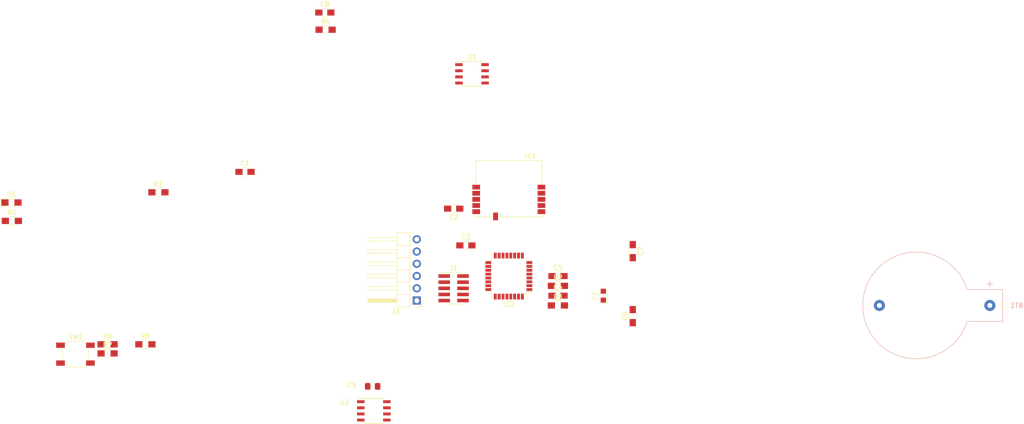
<source format=kicad_pcb>
(kicad_pcb (version 20171130) (host pcbnew "(5.0.2)-1")

  (general
    (thickness 1.6)
    (drawings 0)
    (tracks 0)
    (zones 0)
    (modules 27)
    (nets 54)
  )

  (page A4)
  (title_block
    (date 2019-02-22)
    (company HuizePD)
  )

  (layers
    (0 F.Cu signal)
    (31 B.Cu signal)
    (32 B.Adhes user)
    (33 F.Adhes user)
    (34 B.Paste user)
    (35 F.Paste user)
    (36 B.SilkS user)
    (37 F.SilkS user)
    (38 B.Mask user)
    (39 F.Mask user)
    (40 Dwgs.User user)
    (41 Cmts.User user)
    (42 Eco1.User user)
    (43 Eco2.User user)
    (44 Edge.Cuts user)
    (45 Margin user)
    (46 B.CrtYd user)
    (47 F.CrtYd user)
    (48 B.Fab user hide)
    (49 F.Fab user hide)
  )

  (setup
    (last_trace_width 0.25)
    (trace_clearance 0.2)
    (zone_clearance 0.508)
    (zone_45_only no)
    (trace_min 0.2)
    (segment_width 0.2)
    (edge_width 0.15)
    (via_size 0.8)
    (via_drill 0.4)
    (via_min_size 0.4)
    (via_min_drill 0.3)
    (uvia_size 0.3)
    (uvia_drill 0.1)
    (uvias_allowed no)
    (uvia_min_size 0.2)
    (uvia_min_drill 0.1)
    (pcb_text_width 0.3)
    (pcb_text_size 1.5 1.5)
    (mod_edge_width 0.15)
    (mod_text_size 1 1)
    (mod_text_width 0.15)
    (pad_size 1.524 1.524)
    (pad_drill 0.762)
    (pad_to_mask_clearance 0.051)
    (solder_mask_min_width 0.25)
    (aux_axis_origin 0 0)
    (visible_elements 7FFFFFFF)
    (pcbplotparams
      (layerselection 0x010fc_ffffffff)
      (usegerberextensions false)
      (usegerberattributes false)
      (usegerberadvancedattributes false)
      (creategerberjobfile false)
      (excludeedgelayer true)
      (linewidth 0.100000)
      (plotframeref false)
      (viasonmask false)
      (mode 1)
      (useauxorigin false)
      (hpglpennumber 1)
      (hpglpenspeed 20)
      (hpglpendiameter 15.000000)
      (psnegative false)
      (psa4output false)
      (plotreference true)
      (plotvalue true)
      (plotinvisibletext false)
      (padsonsilk false)
      (subtractmaskfromsilk false)
      (outputformat 1)
      (mirror false)
      (drillshape 1)
      (scaleselection 1)
      (outputdirectory ""))
  )

  (net 0 "")
  (net 1 GND)
  (net 2 +3V3)
  (net 3 VDDA)
  (net 4 "Net-(D1-Pad2)")
  (net 5 /BLE/BLE_IRQ)
  (net 6 /BLE/BLE_nCS)
  (net 7 "Net-(IC1-Pad3)")
  (net 8 "Net-(IC1-Pad2)")
  (net 9 "Net-(IC1-Pad1)")
  (net 10 "Net-(J1-Pad8)")
  (net 11 "Net-(J1-Pad7)")
  (net 12 "Net-(J1-Pad6)")
  (net 13 "Net-(U1-Pad2)")
  (net 14 +BATT)
  (net 15 "Net-(IC2-Pad31)")
  (net 16 /MCU/RCC_OSC32_IN)
  (net 17 /MCU/RCC_OSC32_OUT)
  (net 18 /MCU/nRESET)
  (net 19 /BLE/BLE_nRESET)
  (net 20 /MCU/SPI1_MOSI)
  (net 21 /MCU/SPI1_MISO)
  (net 22 /MCU/SPI1_CLK)
  (net 23 /MCU/SYS_SWCLK)
  (net 24 /MCU/SYS_SWDIO)
  (net 25 "Net-(J2-Pad6)")
  (net 26 /MCU/RXD)
  (net 27 /MCU/TXD)
  (net 28 VBUS)
  (net 29 "Net-(J2-Pad2)")
  (net 30 "Net-(U1-Pad8)")
  (net 31 "Net-(U1-Pad7)")
  (net 32 "Net-(U1-Pad6)")
  (net 33 "Net-(U1-Pad5)")
  (net 34 "Net-(U1-Pad4)")
  (net 35 "Net-(U1-Pad3)")
  (net 36 "Net-(U1-Pad1)")
  (net 37 "Net-(IC2-Pad27)")
  (net 38 "Net-(IC2-Pad26)")
  (net 39 "Net-(IC2-Pad25)")
  (net 40 /MCU/USB_DP)
  (net 41 /MCU/USB_DM)
  (net 42 "Net-(IC2-Pad18)")
  (net 43 "Net-(IC2-Pad15)")
  (net 44 "Net-(IC2-Pad14)")
  (net 45 "Net-(IC2-Pad10)")
  (net 46 "Net-(IC2-Pad9)")
  (net 47 "Net-(IC2-Pad8)")
  (net 48 "Net-(IC2-Pad7)")
  (net 49 "Net-(IC2-Pad6)")
  (net 50 /MCU/LED)
  (net 51 /MCU/I2C1_SCL)
  (net 52 /MCU/I2C1_SDA)
  (net 53 /MCU/TEMP_IRQ)

  (net_class Default "This is the default net class."
    (clearance 0.2)
    (trace_width 0.25)
    (via_dia 0.8)
    (via_drill 0.4)
    (uvia_dia 0.3)
    (uvia_drill 0.1)
    (add_net +3V3)
    (add_net +BATT)
    (add_net /BLE/BLE_IRQ)
    (add_net /BLE/BLE_nCS)
    (add_net /BLE/BLE_nRESET)
    (add_net /MCU/I2C1_SCL)
    (add_net /MCU/I2C1_SDA)
    (add_net /MCU/LED)
    (add_net /MCU/RCC_OSC32_IN)
    (add_net /MCU/RCC_OSC32_OUT)
    (add_net /MCU/RXD)
    (add_net /MCU/SPI1_CLK)
    (add_net /MCU/SPI1_MISO)
    (add_net /MCU/SPI1_MOSI)
    (add_net /MCU/SYS_SWCLK)
    (add_net /MCU/SYS_SWDIO)
    (add_net /MCU/TEMP_IRQ)
    (add_net /MCU/TXD)
    (add_net /MCU/USB_DM)
    (add_net /MCU/USB_DP)
    (add_net /MCU/nRESET)
    (add_net GND)
    (add_net "Net-(D1-Pad2)")
    (add_net "Net-(IC1-Pad1)")
    (add_net "Net-(IC1-Pad2)")
    (add_net "Net-(IC1-Pad3)")
    (add_net "Net-(IC2-Pad10)")
    (add_net "Net-(IC2-Pad14)")
    (add_net "Net-(IC2-Pad15)")
    (add_net "Net-(IC2-Pad18)")
    (add_net "Net-(IC2-Pad25)")
    (add_net "Net-(IC2-Pad26)")
    (add_net "Net-(IC2-Pad27)")
    (add_net "Net-(IC2-Pad31)")
    (add_net "Net-(IC2-Pad6)")
    (add_net "Net-(IC2-Pad7)")
    (add_net "Net-(IC2-Pad8)")
    (add_net "Net-(IC2-Pad9)")
    (add_net "Net-(J1-Pad6)")
    (add_net "Net-(J1-Pad7)")
    (add_net "Net-(J1-Pad8)")
    (add_net "Net-(J2-Pad2)")
    (add_net "Net-(J2-Pad6)")
    (add_net "Net-(U1-Pad1)")
    (add_net "Net-(U1-Pad2)")
    (add_net "Net-(U1-Pad3)")
    (add_net "Net-(U1-Pad4)")
    (add_net "Net-(U1-Pad5)")
    (add_net "Net-(U1-Pad6)")
    (add_net "Net-(U1-Pad7)")
    (add_net "Net-(U1-Pad8)")
    (add_net VBUS)
    (add_net VDDA)
  )

  (module Crystals:Crystal_SMD_TXC_9HT11-2pin_2.0x1.2mm_HandSoldering (layer F.Cu) (tedit 58CD2E9D) (tstamp 5C74537F)
    (at 146.558 77.724 90)
    (descr "SMD Crystal TXC 9HT11 http://txccrystal.com/images/pdf/9ht11.pdf, hand-soldering, 2.0x1.2mm^2 package")
    (tags "SMD SMT crystal hand-soldering")
    (path /5C7262D1/5C7286EA)
    (attr smd)
    (fp_text reference Y1 (at 0 -1.8 90) (layer F.SilkS)
      (effects (font (size 1 1) (thickness 0.15)))
    )
    (fp_text value 32.768kHz (at 0 1.8 90) (layer F.Fab)
      (effects (font (size 1 1) (thickness 0.15)))
    )
    (fp_circle (center 0 0) (end 0.046667 0) (layer F.Adhes) (width 0.093333))
    (fp_circle (center 0 0) (end 0.106667 0) (layer F.Adhes) (width 0.066667))
    (fp_circle (center 0 0) (end 0.166667 0) (layer F.Adhes) (width 0.066667))
    (fp_circle (center 0 0) (end 0.2 0) (layer F.Adhes) (width 0.1))
    (fp_line (start 1.7 -0.9) (end -1.7 -0.9) (layer F.CrtYd) (width 0.05))
    (fp_line (start 1.7 0.9) (end 1.7 -0.9) (layer F.CrtYd) (width 0.05))
    (fp_line (start -1.7 0.9) (end 1.7 0.9) (layer F.CrtYd) (width 0.05))
    (fp_line (start -1.7 -0.9) (end -1.7 0.9) (layer F.CrtYd) (width 0.05))
    (fp_line (start -1.65 0.8) (end 1.2 0.8) (layer F.SilkS) (width 0.12))
    (fp_line (start -1.65 -0.8) (end -1.65 0.8) (layer F.SilkS) (width 0.12))
    (fp_line (start 1.2 -0.8) (end -1.65 -0.8) (layer F.SilkS) (width 0.12))
    (fp_line (start -1 0.1) (end -0.5 0.6) (layer F.Fab) (width 0.1))
    (fp_line (start 1 -0.6) (end -1 -0.6) (layer F.Fab) (width 0.1))
    (fp_line (start 1 0.6) (end 1 -0.6) (layer F.Fab) (width 0.1))
    (fp_line (start -1 0.6) (end 1 0.6) (layer F.Fab) (width 0.1))
    (fp_line (start -1 -0.6) (end -1 0.6) (layer F.Fab) (width 0.1))
    (fp_text user %R (at 2.794 -0.508 90) (layer F.Fab)
      (effects (font (size 0.5 0.5) (thickness 0.075)))
    )
    (pad 2 smd rect (at 0.925 0 90) (size 1.05 1.1) (layers F.Cu F.Paste F.Mask)
      (net 17 /MCU/RCC_OSC32_OUT))
    (pad 1 smd rect (at -0.925 0 90) (size 1.05 1.1) (layers F.Cu F.Paste F.Mask)
      (net 16 /MCU/RCC_OSC32_IN))
    (model ${KISYS3DMOD}/Crystals.3dshapes/Crystal_SMD_TXC_9HT11-2pin_2.0x1.2mm_HandSoldering.wrl
      (at (xyz 0 0 0))
      (scale (xyz 1 1 1))
      (rotate (xyz 0 0 0))
    )
  )

  (module Buttons_Switches_SMD:SW_SPST_SKQG (layer F.Cu) (tedit 58724BB1) (tstamp 5C74326E)
    (at 37.295001 89.843001)
    (descr "ALPS 5.2mm Square Low-profile TACT Switch (SMD), http://www.alps.com/prod/info/E/PDF/Tact/SurfaceMount/SKQG/SKQG.PDF")
    (tags "SPST Button Switch")
    (path /5C7262D1/5C72923F)
    (attr smd)
    (fp_text reference SW1 (at 0 -3.6) (layer F.SilkS)
      (effects (font (size 1 1) (thickness 0.15)))
    )
    (fp_text value SW_Push (at 0 3.7) (layer F.Fab)
      (effects (font (size 1 1) (thickness 0.15)))
    )
    (fp_circle (center 0 0) (end 1 0) (layer F.Fab) (width 0.1))
    (fp_line (start 1.45 -2.7) (end 1.9 -2.25) (layer F.SilkS) (width 0.12))
    (fp_line (start 2.7 -1) (end 2.7 1) (layer F.SilkS) (width 0.12))
    (fp_line (start 1.9 2.25) (end 1.45 2.7) (layer F.SilkS) (width 0.12))
    (fp_line (start 1.45 2.7) (end -1.45 2.7) (layer F.SilkS) (width 0.12))
    (fp_line (start -1.45 2.7) (end -1.9 2.25) (layer F.SilkS) (width 0.12))
    (fp_line (start -2.7 1) (end -2.7 -1) (layer F.SilkS) (width 0.12))
    (fp_line (start -1.9 -2.25) (end -1.45 -2.7) (layer F.SilkS) (width 0.12))
    (fp_line (start -1.45 -2.7) (end 1.45 -2.7) (layer F.SilkS) (width 0.12))
    (fp_line (start 1.2 -1.8) (end 1.8 -1.2) (layer F.Fab) (width 0.1))
    (fp_line (start 1.8 -1.2) (end 1.8 1.2) (layer F.Fab) (width 0.1))
    (fp_line (start 1.8 1.2) (end 1.2 1.8) (layer F.Fab) (width 0.1))
    (fp_line (start 1.2 1.8) (end -1.2 1.8) (layer F.Fab) (width 0.1))
    (fp_line (start -1.2 1.8) (end -1.8 1.2) (layer F.Fab) (width 0.1))
    (fp_line (start -1.8 1.2) (end -1.8 -1.2) (layer F.Fab) (width 0.1))
    (fp_line (start -1.8 -1.2) (end -1.2 -1.8) (layer F.Fab) (width 0.1))
    (fp_line (start -1.2 -1.8) (end 1.2 -1.8) (layer F.Fab) (width 0.1))
    (fp_line (start -4.25 2.95) (end 4.25 2.95) (layer F.CrtYd) (width 0.05))
    (fp_line (start 4.25 2.95) (end 4.25 -2.95) (layer F.CrtYd) (width 0.05))
    (fp_line (start 4.25 -2.95) (end -4.25 -2.95) (layer F.CrtYd) (width 0.05))
    (fp_line (start -4.25 -2.95) (end -4.25 2.95) (layer F.CrtYd) (width 0.05))
    (fp_text user %R (at 0 -3.6) (layer F.Fab)
      (effects (font (size 1 1) (thickness 0.15)))
    )
    (fp_line (start -1.45 -2.6) (end 1.45 -2.6) (layer F.Fab) (width 0.1))
    (fp_line (start -2.6 -1.45) (end -1.45 -2.6) (layer F.Fab) (width 0.1))
    (fp_line (start -2.6 1.45) (end -2.6 -1.45) (layer F.Fab) (width 0.1))
    (fp_line (start -1.45 2.6) (end -2.6 1.45) (layer F.Fab) (width 0.1))
    (fp_line (start 1.4 2.6) (end -1.45 2.6) (layer F.Fab) (width 0.1))
    (fp_line (start 2.55 1.45) (end 1.4 2.6) (layer F.Fab) (width 0.1))
    (fp_line (start 2.55 -1.5) (end 2.55 1.45) (layer F.Fab) (width 0.1))
    (fp_line (start 1.45 -2.6) (end 2.55 -1.5) (layer F.Fab) (width 0.1))
    (pad 2 smd rect (at 3.1 1.85) (size 1.8 1.1) (layers F.Cu F.Paste F.Mask)
      (net 1 GND))
    (pad 2 smd rect (at -3.1 1.85) (size 1.8 1.1) (layers F.Cu F.Paste F.Mask)
      (net 1 GND))
    (pad 1 smd rect (at 3.1 -1.85) (size 1.8 1.1) (layers F.Cu F.Paste F.Mask)
      (net 18 /MCU/nRESET))
    (pad 1 smd rect (at -3.1 -1.85) (size 1.8 1.1) (layers F.Cu F.Paste F.Mask)
      (net 18 /MCU/nRESET))
    (model ${KISYS3DMOD}/Buttons_Switches_SMD.3dshapes/SW_SPST_SKQG.wrl
      (at (xyz 0 0 0))
      (scale (xyz 1 1 1))
      (rotate (xyz 0 0 0))
    )
  )

  (module Resistors_SMD:R_0805_HandSoldering (layer F.Cu) (tedit 58E0A804) (tstamp 5C742E4C)
    (at 51.775001 87.808001)
    (descr "Resistor SMD 0805, hand soldering")
    (tags "resistor 0805")
    (path /5C708F8B/5C75849B)
    (attr smd)
    (fp_text reference R8 (at 0 -1.7) (layer F.SilkS)
      (effects (font (size 1 1) (thickness 0.15)))
    )
    (fp_text value 10K (at 0 1.75) (layer F.Fab)
      (effects (font (size 1 1) (thickness 0.15)))
    )
    (fp_line (start 2.35 0.9) (end -2.35 0.9) (layer F.CrtYd) (width 0.05))
    (fp_line (start 2.35 0.9) (end 2.35 -0.9) (layer F.CrtYd) (width 0.05))
    (fp_line (start -2.35 -0.9) (end -2.35 0.9) (layer F.CrtYd) (width 0.05))
    (fp_line (start -2.35 -0.9) (end 2.35 -0.9) (layer F.CrtYd) (width 0.05))
    (fp_line (start -0.6 -0.88) (end 0.6 -0.88) (layer F.SilkS) (width 0.12))
    (fp_line (start 0.6 0.88) (end -0.6 0.88) (layer F.SilkS) (width 0.12))
    (fp_line (start -1 -0.62) (end 1 -0.62) (layer F.Fab) (width 0.1))
    (fp_line (start 1 -0.62) (end 1 0.62) (layer F.Fab) (width 0.1))
    (fp_line (start 1 0.62) (end -1 0.62) (layer F.Fab) (width 0.1))
    (fp_line (start -1 0.62) (end -1 -0.62) (layer F.Fab) (width 0.1))
    (fp_text user %R (at 0 0) (layer F.Fab)
      (effects (font (size 0.5 0.5) (thickness 0.075)))
    )
    (pad 2 smd rect (at 1.35 0) (size 1.5 1.3) (layers F.Cu F.Paste F.Mask)
      (net 53 /MCU/TEMP_IRQ))
    (pad 1 smd rect (at -1.35 0) (size 1.5 1.3) (layers F.Cu F.Paste F.Mask)
      (net 2 +3V3))
    (model ${KISYS3DMOD}/Resistors_SMD.3dshapes/R_0805.wrl
      (at (xyz 0 0 0))
      (scale (xyz 1 1 1))
      (rotate (xyz 0 0 0))
    )
  )

  (module Resistors_SMD:R_0805_HandSoldering (layer F.Cu) (tedit 58E0A804) (tstamp 5C742E3B)
    (at 43.945001 89.688001)
    (descr "Resistor SMD 0805, hand soldering")
    (tags "resistor 0805")
    (path /5C7262D1/5C74B0B1)
    (attr smd)
    (fp_text reference R7 (at 0 -1.7) (layer F.SilkS)
      (effects (font (size 1 1) (thickness 0.15)))
    )
    (fp_text value 4K7 (at 0 1.75) (layer F.Fab)
      (effects (font (size 1 1) (thickness 0.15)))
    )
    (fp_text user %R (at 0 0) (layer F.Fab)
      (effects (font (size 0.5 0.5) (thickness 0.075)))
    )
    (fp_line (start -1 0.62) (end -1 -0.62) (layer F.Fab) (width 0.1))
    (fp_line (start 1 0.62) (end -1 0.62) (layer F.Fab) (width 0.1))
    (fp_line (start 1 -0.62) (end 1 0.62) (layer F.Fab) (width 0.1))
    (fp_line (start -1 -0.62) (end 1 -0.62) (layer F.Fab) (width 0.1))
    (fp_line (start 0.6 0.88) (end -0.6 0.88) (layer F.SilkS) (width 0.12))
    (fp_line (start -0.6 -0.88) (end 0.6 -0.88) (layer F.SilkS) (width 0.12))
    (fp_line (start -2.35 -0.9) (end 2.35 -0.9) (layer F.CrtYd) (width 0.05))
    (fp_line (start -2.35 -0.9) (end -2.35 0.9) (layer F.CrtYd) (width 0.05))
    (fp_line (start 2.35 0.9) (end 2.35 -0.9) (layer F.CrtYd) (width 0.05))
    (fp_line (start 2.35 0.9) (end -2.35 0.9) (layer F.CrtYd) (width 0.05))
    (pad 1 smd rect (at -1.35 0) (size 1.5 1.3) (layers F.Cu F.Paste F.Mask)
      (net 3 VDDA))
    (pad 2 smd rect (at 1.35 0) (size 1.5 1.3) (layers F.Cu F.Paste F.Mask)
      (net 52 /MCU/I2C1_SDA))
    (model ${KISYS3DMOD}/Resistors_SMD.3dshapes/R_0805.wrl
      (at (xyz 0 0 0))
      (scale (xyz 1 1 1))
      (rotate (xyz 0 0 0))
    )
  )

  (module Resistors_SMD:R_0805_HandSoldering (layer F.Cu) (tedit 58E0A804) (tstamp 5C742DEA)
    (at 43.945001 87.808001)
    (descr "Resistor SMD 0805, hand soldering")
    (tags "resistor 0805")
    (path /5C7262D1/5C74939F)
    (attr smd)
    (fp_text reference R6 (at 0 -1.7) (layer F.SilkS)
      (effects (font (size 1 1) (thickness 0.15)))
    )
    (fp_text value 4K7 (at 0 1.75) (layer F.Fab)
      (effects (font (size 1 1) (thickness 0.15)))
    )
    (fp_line (start 2.35 0.9) (end -2.35 0.9) (layer F.CrtYd) (width 0.05))
    (fp_line (start 2.35 0.9) (end 2.35 -0.9) (layer F.CrtYd) (width 0.05))
    (fp_line (start -2.35 -0.9) (end -2.35 0.9) (layer F.CrtYd) (width 0.05))
    (fp_line (start -2.35 -0.9) (end 2.35 -0.9) (layer F.CrtYd) (width 0.05))
    (fp_line (start -0.6 -0.88) (end 0.6 -0.88) (layer F.SilkS) (width 0.12))
    (fp_line (start 0.6 0.88) (end -0.6 0.88) (layer F.SilkS) (width 0.12))
    (fp_line (start -1 -0.62) (end 1 -0.62) (layer F.Fab) (width 0.1))
    (fp_line (start 1 -0.62) (end 1 0.62) (layer F.Fab) (width 0.1))
    (fp_line (start 1 0.62) (end -1 0.62) (layer F.Fab) (width 0.1))
    (fp_line (start -1 0.62) (end -1 -0.62) (layer F.Fab) (width 0.1))
    (fp_text user %R (at 0 0) (layer F.Fab)
      (effects (font (size 0.5 0.5) (thickness 0.075)))
    )
    (pad 2 smd rect (at 1.35 0) (size 1.5 1.3) (layers F.Cu F.Paste F.Mask)
      (net 51 /MCU/I2C1_SCL))
    (pad 1 smd rect (at -1.35 0) (size 1.5 1.3) (layers F.Cu F.Paste F.Mask)
      (net 3 VDDA))
    (model ${KISYS3DMOD}/Resistors_SMD.3dshapes/R_0805.wrl
      (at (xyz 0 0 0))
      (scale (xyz 1 1 1))
      (rotate (xyz 0 0 0))
    )
  )

  (module Capacitor_SMD:C_0805_2012Metric_Pad1.15x1.40mm_HandSolder (layer F.Cu) (tedit 5B36C52B) (tstamp 5C7D1076)
    (at 98.815 96.52 180)
    (descr "Capacitor SMD 0805 (2012 Metric), square (rectangular) end terminal, IPC_7351 nominal with elongated pad for handsoldering. (Body size source: https://docs.google.com/spreadsheets/d/1BsfQQcO9C6DZCsRaXUlFlo91Tg2WpOkGARC1WS5S8t0/edit?usp=sharing), generated with kicad-footprint-generator")
    (tags "capacitor handsolder")
    (path /5C708F8B/5C709274)
    (attr smd)
    (fp_text reference C9 (at 4.327 0.254 180) (layer F.SilkS)
      (effects (font (size 1 1) (thickness 0.15)))
    )
    (fp_text value 100nF (at 0 1.65 180) (layer F.Fab)
      (effects (font (size 1 1) (thickness 0.15)))
    )
    (fp_line (start -1 0.6) (end -1 -0.6) (layer F.Fab) (width 0.1))
    (fp_line (start -1 -0.6) (end 1 -0.6) (layer F.Fab) (width 0.1))
    (fp_line (start 1 -0.6) (end 1 0.6) (layer F.Fab) (width 0.1))
    (fp_line (start 1 0.6) (end -1 0.6) (layer F.Fab) (width 0.1))
    (fp_line (start -0.261252 -0.71) (end 0.261252 -0.71) (layer F.SilkS) (width 0.12))
    (fp_line (start -0.261252 0.71) (end 0.261252 0.71) (layer F.SilkS) (width 0.12))
    (fp_line (start -1.85 0.95) (end -1.85 -0.95) (layer F.CrtYd) (width 0.05))
    (fp_line (start -1.85 -0.95) (end 1.85 -0.95) (layer F.CrtYd) (width 0.05))
    (fp_line (start 1.85 -0.95) (end 1.85 0.95) (layer F.CrtYd) (width 0.05))
    (fp_line (start 1.85 0.95) (end -1.85 0.95) (layer F.CrtYd) (width 0.05))
    (fp_text user %R (at 0 0 180) (layer F.Fab)
      (effects (font (size 0.5 0.5) (thickness 0.08)))
    )
    (pad 1 smd roundrect (at -1.025 0 180) (size 1.15 1.4) (layers F.Cu F.Paste F.Mask) (roundrect_rratio 0.217391)
      (net 2 +3V3))
    (pad 2 smd roundrect (at 1.025 0 180) (size 1.15 1.4) (layers F.Cu F.Paste F.Mask) (roundrect_rratio 0.217391)
      (net 1 GND))
    (model ${KISYS3DMOD}/Capacitor_SMD.3dshapes/C_0805_2012Metric.wrl
      (at (xyz 0 0 0))
      (scale (xyz 1 1 1))
      (rotate (xyz 0 0 0))
    )
  )

  (module Package_SO:SOIC-8_3.9x4.9mm_P1.27mm (layer F.Cu) (tedit 5A02F2D3) (tstamp 5C7D0F6B)
    (at 99.06 101.6)
    (descr "8-Lead Plastic Small Outline (SN) - Narrow, 3.90 mm Body [SOIC] (see Microchip Packaging Specification http://ww1.microchip.com/downloads/en/PackagingSpec/00000049BQ.pdf)")
    (tags "SOIC 1.27")
    (path /5C708F8B/5C709245)
    (attr smd)
    (fp_text reference U2 (at -6.096 -1.778) (layer F.SilkS)
      (effects (font (size 1 1) (thickness 0.15)))
    )
    (fp_text value LM75B (at 0 3.5) (layer F.Fab)
      (effects (font (size 1 1) (thickness 0.15)))
    )
    (fp_text user %R (at 0 0) (layer F.Fab)
      (effects (font (size 1 1) (thickness 0.15)))
    )
    (fp_line (start -0.95 -2.45) (end 1.95 -2.45) (layer F.Fab) (width 0.1))
    (fp_line (start 1.95 -2.45) (end 1.95 2.45) (layer F.Fab) (width 0.1))
    (fp_line (start 1.95 2.45) (end -1.95 2.45) (layer F.Fab) (width 0.1))
    (fp_line (start -1.95 2.45) (end -1.95 -1.45) (layer F.Fab) (width 0.1))
    (fp_line (start -1.95 -1.45) (end -0.95 -2.45) (layer F.Fab) (width 0.1))
    (fp_line (start -3.73 -2.7) (end -3.73 2.7) (layer F.CrtYd) (width 0.05))
    (fp_line (start 3.73 -2.7) (end 3.73 2.7) (layer F.CrtYd) (width 0.05))
    (fp_line (start -3.73 -2.7) (end 3.73 -2.7) (layer F.CrtYd) (width 0.05))
    (fp_line (start -3.73 2.7) (end 3.73 2.7) (layer F.CrtYd) (width 0.05))
    (fp_line (start -2.075 -2.575) (end -2.075 -2.525) (layer F.SilkS) (width 0.15))
    (fp_line (start 2.075 -2.575) (end 2.075 -2.43) (layer F.SilkS) (width 0.15))
    (fp_line (start 2.075 2.575) (end 2.075 2.43) (layer F.SilkS) (width 0.15))
    (fp_line (start -2.075 2.575) (end -2.075 2.43) (layer F.SilkS) (width 0.15))
    (fp_line (start -2.075 -2.575) (end 2.075 -2.575) (layer F.SilkS) (width 0.15))
    (fp_line (start -2.075 2.575) (end 2.075 2.575) (layer F.SilkS) (width 0.15))
    (fp_line (start -2.075 -2.525) (end -3.475 -2.525) (layer F.SilkS) (width 0.15))
    (pad 1 smd rect (at -2.7 -1.905) (size 1.55 0.6) (layers F.Cu F.Paste F.Mask)
      (net 51 /MCU/I2C1_SCL))
    (pad 2 smd rect (at -2.7 -0.635) (size 1.55 0.6) (layers F.Cu F.Paste F.Mask)
      (net 52 /MCU/I2C1_SDA))
    (pad 3 smd rect (at -2.7 0.635) (size 1.55 0.6) (layers F.Cu F.Paste F.Mask)
      (net 53 /MCU/TEMP_IRQ))
    (pad 4 smd rect (at -2.7 1.905) (size 1.55 0.6) (layers F.Cu F.Paste F.Mask)
      (net 1 GND))
    (pad 5 smd rect (at 2.7 1.905) (size 1.55 0.6) (layers F.Cu F.Paste F.Mask)
      (net 1 GND))
    (pad 6 smd rect (at 2.7 0.635) (size 1.55 0.6) (layers F.Cu F.Paste F.Mask)
      (net 1 GND))
    (pad 7 smd rect (at 2.7 -0.635) (size 1.55 0.6) (layers F.Cu F.Paste F.Mask)
      (net 1 GND))
    (pad 8 smd rect (at 2.7 -1.905) (size 1.55 0.6) (layers F.Cu F.Paste F.Mask)
      (net 2 +3V3))
    (model ${KISYS3DMOD}/Package_SO.3dshapes/SOIC-8_3.9x4.9mm_P1.27mm.wrl
      (at (xyz 0 0 0))
      (scale (xyz 1 1 1))
      (rotate (xyz 0 0 0))
    )
  )

  (module Housings_QFP:LQFP-32_7x7mm_Pitch0.8mm (layer F.Cu) (tedit 54130A77) (tstamp 5C7083A4)
    (at 127 73.66 180)
    (descr "LQFP32: plastic low profile quad flat package; 32 leads; body 7 x 7 x 1.4 mm (see NXP sot358-1_po.pdf and sot358-1_fr.pdf)")
    (tags "QFP 0.8")
    (path /5C7262D1/5C72875C)
    (attr smd)
    (fp_text reference IC2 (at 0 -5.85 180) (layer F.SilkS)
      (effects (font (size 1 1) (thickness 0.15)))
    )
    (fp_text value STM32L052K8Tx (at 0 5.85 180) (layer F.Fab)
      (effects (font (size 1 1) (thickness 0.15)))
    )
    (fp_line (start -3.625 -3.4) (end -4.85 -3.4) (layer F.SilkS) (width 0.15))
    (fp_line (start 3.625 -3.625) (end 3.325 -3.625) (layer F.SilkS) (width 0.15))
    (fp_line (start 3.625 3.625) (end 3.325 3.625) (layer F.SilkS) (width 0.15))
    (fp_line (start -3.625 3.625) (end -3.325 3.625) (layer F.SilkS) (width 0.15))
    (fp_line (start -3.625 -3.625) (end -3.325 -3.625) (layer F.SilkS) (width 0.15))
    (fp_line (start -3.625 3.625) (end -3.625 3.325) (layer F.SilkS) (width 0.15))
    (fp_line (start 3.625 3.625) (end 3.625 3.325) (layer F.SilkS) (width 0.15))
    (fp_line (start 3.625 -3.625) (end 3.625 -3.325) (layer F.SilkS) (width 0.15))
    (fp_line (start -3.625 -3.625) (end -3.625 -3.4) (layer F.SilkS) (width 0.15))
    (fp_line (start -5.1 5.1) (end 5.1 5.1) (layer F.CrtYd) (width 0.05))
    (fp_line (start -5.1 -5.1) (end 5.1 -5.1) (layer F.CrtYd) (width 0.05))
    (fp_line (start 5.1 -5.1) (end 5.1 5.1) (layer F.CrtYd) (width 0.05))
    (fp_line (start -5.1 -5.1) (end -5.1 5.1) (layer F.CrtYd) (width 0.05))
    (fp_line (start -3.5 -2.5) (end -2.5 -3.5) (layer F.Fab) (width 0.15))
    (fp_line (start -3.5 3.5) (end -3.5 -2.5) (layer F.Fab) (width 0.15))
    (fp_line (start 3.5 3.5) (end -3.5 3.5) (layer F.Fab) (width 0.15))
    (fp_line (start 3.5 -3.5) (end 3.5 3.5) (layer F.Fab) (width 0.15))
    (fp_line (start -2.5 -3.5) (end 3.5 -3.5) (layer F.Fab) (width 0.15))
    (fp_text user %R (at 0 0 180) (layer F.Fab)
      (effects (font (size 1 1) (thickness 0.15)))
    )
    (pad 32 smd rect (at -2.8 -4.25 270) (size 1.2 0.6) (layers F.Cu F.Paste F.Mask)
      (net 1 GND))
    (pad 31 smd rect (at -2 -4.25 270) (size 1.2 0.6) (layers F.Cu F.Paste F.Mask)
      (net 15 "Net-(IC2-Pad31)"))
    (pad 30 smd rect (at -1.2 -4.25 270) (size 1.2 0.6) (layers F.Cu F.Paste F.Mask)
      (net 52 /MCU/I2C1_SDA))
    (pad 29 smd rect (at -0.4 -4.25 270) (size 1.2 0.6) (layers F.Cu F.Paste F.Mask)
      (net 51 /MCU/I2C1_SCL))
    (pad 28 smd rect (at 0.4 -4.25 270) (size 1.2 0.6) (layers F.Cu F.Paste F.Mask)
      (net 53 /MCU/TEMP_IRQ))
    (pad 27 smd rect (at 1.2 -4.25 270) (size 1.2 0.6) (layers F.Cu F.Paste F.Mask)
      (net 37 "Net-(IC2-Pad27)"))
    (pad 26 smd rect (at 2 -4.25 270) (size 1.2 0.6) (layers F.Cu F.Paste F.Mask)
      (net 38 "Net-(IC2-Pad26)"))
    (pad 25 smd rect (at 2.8 -4.25 270) (size 1.2 0.6) (layers F.Cu F.Paste F.Mask)
      (net 39 "Net-(IC2-Pad25)"))
    (pad 24 smd rect (at 4.25 -2.8 180) (size 1.2 0.6) (layers F.Cu F.Paste F.Mask)
      (net 23 /MCU/SYS_SWCLK))
    (pad 23 smd rect (at 4.25 -2 180) (size 1.2 0.6) (layers F.Cu F.Paste F.Mask)
      (net 24 /MCU/SYS_SWDIO))
    (pad 22 smd rect (at 4.25 -1.2 180) (size 1.2 0.6) (layers F.Cu F.Paste F.Mask)
      (net 40 /MCU/USB_DP))
    (pad 21 smd rect (at 4.25 -0.4 180) (size 1.2 0.6) (layers F.Cu F.Paste F.Mask)
      (net 41 /MCU/USB_DM))
    (pad 20 smd rect (at 4.25 0.4 180) (size 1.2 0.6) (layers F.Cu F.Paste F.Mask)
      (net 27 /MCU/TXD))
    (pad 19 smd rect (at 4.25 1.2 180) (size 1.2 0.6) (layers F.Cu F.Paste F.Mask)
      (net 26 /MCU/RXD))
    (pad 18 smd rect (at 4.25 2 180) (size 1.2 0.6) (layers F.Cu F.Paste F.Mask)
      (net 42 "Net-(IC2-Pad18)"))
    (pad 17 smd rect (at 4.25 2.8 180) (size 1.2 0.6) (layers F.Cu F.Paste F.Mask)
      (net 2 +3V3))
    (pad 16 smd rect (at 2.8 4.25 270) (size 1.2 0.6) (layers F.Cu F.Paste F.Mask)
      (net 1 GND))
    (pad 15 smd rect (at 2 4.25 270) (size 1.2 0.6) (layers F.Cu F.Paste F.Mask)
      (net 43 "Net-(IC2-Pad15)"))
    (pad 14 smd rect (at 1.2 4.25 270) (size 1.2 0.6) (layers F.Cu F.Paste F.Mask)
      (net 44 "Net-(IC2-Pad14)"))
    (pad 13 smd rect (at 0.4 4.25 270) (size 1.2 0.6) (layers F.Cu F.Paste F.Mask)
      (net 20 /MCU/SPI1_MOSI))
    (pad 12 smd rect (at -0.4 4.25 270) (size 1.2 0.6) (layers F.Cu F.Paste F.Mask)
      (net 21 /MCU/SPI1_MISO))
    (pad 11 smd rect (at -1.2 4.25 270) (size 1.2 0.6) (layers F.Cu F.Paste F.Mask)
      (net 22 /MCU/SPI1_CLK))
    (pad 10 smd rect (at -2 4.25 270) (size 1.2 0.6) (layers F.Cu F.Paste F.Mask)
      (net 45 "Net-(IC2-Pad10)"))
    (pad 9 smd rect (at -2.8 4.25 270) (size 1.2 0.6) (layers F.Cu F.Paste F.Mask)
      (net 46 "Net-(IC2-Pad9)"))
    (pad 8 smd rect (at -4.25 2.8 180) (size 1.2 0.6) (layers F.Cu F.Paste F.Mask)
      (net 47 "Net-(IC2-Pad8)"))
    (pad 7 smd rect (at -4.25 2 180) (size 1.2 0.6) (layers F.Cu F.Paste F.Mask)
      (net 48 "Net-(IC2-Pad7)"))
    (pad 6 smd rect (at -4.25 1.2 180) (size 1.2 0.6) (layers F.Cu F.Paste F.Mask)
      (net 49 "Net-(IC2-Pad6)"))
    (pad 5 smd rect (at -4.25 0.4 180) (size 1.2 0.6) (layers F.Cu F.Paste F.Mask)
      (net 3 VDDA))
    (pad 4 smd rect (at -4.25 -0.4 180) (size 1.2 0.6) (layers F.Cu F.Paste F.Mask)
      (net 18 /MCU/nRESET))
    (pad 3 smd rect (at -4.25 -1.2 180) (size 1.2 0.6) (layers F.Cu F.Paste F.Mask)
      (net 17 /MCU/RCC_OSC32_OUT))
    (pad 2 smd rect (at -4.25 -2 180) (size 1.2 0.6) (layers F.Cu F.Paste F.Mask)
      (net 16 /MCU/RCC_OSC32_IN))
    (pad 1 smd rect (at -4.25 -2.8 180) (size 1.2 0.6) (layers F.Cu F.Paste F.Mask)
      (net 2 +3V3))
    (model ${KISYS3DMOD}/Housings_QFP.3dshapes/LQFP-32_7x7mm_Pitch0.8mm.wrl
      (at (xyz 0 0 0))
      (scale (xyz 1 1 1))
      (rotate (xyz 0 0 0))
    )
  )

  (module Capacitors_SMD:C_0805_HandSoldering (layer F.Cu) (tedit 58AA84A8) (tstamp 5C706B8E)
    (at 115.59 59.69 180)
    (descr "Capacitor SMD 0805, hand soldering")
    (tags "capacitor 0805")
    (path /5C6DADA9/5C6DAF66)
    (attr smd)
    (fp_text reference C2 (at 0 -1.75 180) (layer F.SilkS)
      (effects (font (size 1 1) (thickness 0.15)))
    )
    (fp_text value 1uF (at 0 1.75 180) (layer F.Fab)
      (effects (font (size 1 1) (thickness 0.15)))
    )
    (fp_text user %R (at 0 -1.75 180) (layer F.Fab)
      (effects (font (size 1 1) (thickness 0.15)))
    )
    (fp_line (start -1 0.62) (end -1 -0.62) (layer F.Fab) (width 0.1))
    (fp_line (start 1 0.62) (end -1 0.62) (layer F.Fab) (width 0.1))
    (fp_line (start 1 -0.62) (end 1 0.62) (layer F.Fab) (width 0.1))
    (fp_line (start -1 -0.62) (end 1 -0.62) (layer F.Fab) (width 0.1))
    (fp_line (start 0.5 -0.85) (end -0.5 -0.85) (layer F.SilkS) (width 0.12))
    (fp_line (start -0.5 0.85) (end 0.5 0.85) (layer F.SilkS) (width 0.12))
    (fp_line (start -2.25 -0.88) (end 2.25 -0.88) (layer F.CrtYd) (width 0.05))
    (fp_line (start -2.25 -0.88) (end -2.25 0.87) (layer F.CrtYd) (width 0.05))
    (fp_line (start 2.25 0.87) (end 2.25 -0.88) (layer F.CrtYd) (width 0.05))
    (fp_line (start 2.25 0.87) (end -2.25 0.87) (layer F.CrtYd) (width 0.05))
    (pad 1 smd rect (at -1.25 0 180) (size 1.5 1.25) (layers F.Cu F.Paste F.Mask)
      (net 2 +3V3))
    (pad 2 smd rect (at 1.25 0 180) (size 1.5 1.25) (layers F.Cu F.Paste F.Mask)
      (net 1 GND))
    (model Capacitors_SMD.3dshapes/C_0805.wrl
      (at (xyz 0 0 0))
      (scale (xyz 1 1 1))
      (rotate (xyz 0 0 0))
    )
  )

  (module Capacitors_SMD:C_0805_HandSoldering (layer F.Cu) (tedit 58AA84A8) (tstamp 5C706B7E)
    (at 118.11 67.31)
    (descr "Capacitor SMD 0805, hand soldering")
    (tags "capacitor 0805")
    (path /5C7262D1/5C729C01)
    (attr smd)
    (fp_text reference C3 (at 0 -1.75) (layer F.SilkS)
      (effects (font (size 1 1) (thickness 0.15)))
    )
    (fp_text value 100nF (at 0 1.75) (layer F.Fab)
      (effects (font (size 1 1) (thickness 0.15)))
    )
    (fp_line (start 2.25 0.87) (end -2.25 0.87) (layer F.CrtYd) (width 0.05))
    (fp_line (start 2.25 0.87) (end 2.25 -0.88) (layer F.CrtYd) (width 0.05))
    (fp_line (start -2.25 -0.88) (end -2.25 0.87) (layer F.CrtYd) (width 0.05))
    (fp_line (start -2.25 -0.88) (end 2.25 -0.88) (layer F.CrtYd) (width 0.05))
    (fp_line (start -0.5 0.85) (end 0.5 0.85) (layer F.SilkS) (width 0.12))
    (fp_line (start 0.5 -0.85) (end -0.5 -0.85) (layer F.SilkS) (width 0.12))
    (fp_line (start -1 -0.62) (end 1 -0.62) (layer F.Fab) (width 0.1))
    (fp_line (start 1 -0.62) (end 1 0.62) (layer F.Fab) (width 0.1))
    (fp_line (start 1 0.62) (end -1 0.62) (layer F.Fab) (width 0.1))
    (fp_line (start -1 0.62) (end -1 -0.62) (layer F.Fab) (width 0.1))
    (fp_text user %R (at 0 -1.75) (layer F.Fab)
      (effects (font (size 1 1) (thickness 0.15)))
    )
    (pad 2 smd rect (at 1.25 0) (size 1.5 1.25) (layers F.Cu F.Paste F.Mask)
      (net 1 GND))
    (pad 1 smd rect (at -1.25 0) (size 1.5 1.25) (layers F.Cu F.Paste F.Mask)
      (net 2 +3V3))
    (model Capacitors_SMD.3dshapes/C_0805.wrl
      (at (xyz 0 0 0))
      (scale (xyz 1 1 1))
      (rotate (xyz 0 0 0))
    )
  )

  (module Capacitors_SMD:C_0805_HandSoldering (layer F.Cu) (tedit 58AA84A8) (tstamp 5C709388)
    (at 137.18 77.724)
    (descr "Capacitor SMD 0805, hand soldering")
    (tags "capacitor 0805")
    (path /5C7262D1/5C729C08)
    (attr smd)
    (fp_text reference C4 (at 0 -1.75) (layer F.SilkS)
      (effects (font (size 1 1) (thickness 0.15)))
    )
    (fp_text value 100nF (at 0 1.75) (layer F.Fab)
      (effects (font (size 1 1) (thickness 0.15)))
    )
    (fp_text user %R (at 0 -1.75) (layer F.Fab)
      (effects (font (size 1 1) (thickness 0.15)))
    )
    (fp_line (start -1 0.62) (end -1 -0.62) (layer F.Fab) (width 0.1))
    (fp_line (start 1 0.62) (end -1 0.62) (layer F.Fab) (width 0.1))
    (fp_line (start 1 -0.62) (end 1 0.62) (layer F.Fab) (width 0.1))
    (fp_line (start -1 -0.62) (end 1 -0.62) (layer F.Fab) (width 0.1))
    (fp_line (start 0.5 -0.85) (end -0.5 -0.85) (layer F.SilkS) (width 0.12))
    (fp_line (start -0.5 0.85) (end 0.5 0.85) (layer F.SilkS) (width 0.12))
    (fp_line (start -2.25 -0.88) (end 2.25 -0.88) (layer F.CrtYd) (width 0.05))
    (fp_line (start -2.25 -0.88) (end -2.25 0.87) (layer F.CrtYd) (width 0.05))
    (fp_line (start 2.25 0.87) (end 2.25 -0.88) (layer F.CrtYd) (width 0.05))
    (fp_line (start 2.25 0.87) (end -2.25 0.87) (layer F.CrtYd) (width 0.05))
    (pad 1 smd rect (at -1.25 0) (size 1.5 1.25) (layers F.Cu F.Paste F.Mask)
      (net 2 +3V3))
    (pad 2 smd rect (at 1.25 0) (size 1.5 1.25) (layers F.Cu F.Paste F.Mask)
      (net 1 GND))
    (model Capacitors_SMD.3dshapes/C_0805.wrl
      (at (xyz 0 0 0))
      (scale (xyz 1 1 1))
      (rotate (xyz 0 0 0))
    )
  )

  (module Capacitors_SMD:C_0805_HandSoldering (layer F.Cu) (tedit 58AA84A8) (tstamp 5C706B3E)
    (at 72.39 52.07)
    (descr "Capacitor SMD 0805, hand soldering")
    (tags "capacitor 0805")
    (path /5C72005E)
    (attr smd)
    (fp_text reference C1 (at 0 -1.75) (layer F.SilkS)
      (effects (font (size 1 1) (thickness 0.15)))
    )
    (fp_text value "1uF X5R" (at 0 1.75) (layer F.Fab)
      (effects (font (size 1 1) (thickness 0.15)))
    )
    (fp_line (start 2.25 0.87) (end -2.25 0.87) (layer F.CrtYd) (width 0.05))
    (fp_line (start 2.25 0.87) (end 2.25 -0.88) (layer F.CrtYd) (width 0.05))
    (fp_line (start -2.25 -0.88) (end -2.25 0.87) (layer F.CrtYd) (width 0.05))
    (fp_line (start -2.25 -0.88) (end 2.25 -0.88) (layer F.CrtYd) (width 0.05))
    (fp_line (start -0.5 0.85) (end 0.5 0.85) (layer F.SilkS) (width 0.12))
    (fp_line (start 0.5 -0.85) (end -0.5 -0.85) (layer F.SilkS) (width 0.12))
    (fp_line (start -1 -0.62) (end 1 -0.62) (layer F.Fab) (width 0.1))
    (fp_line (start 1 -0.62) (end 1 0.62) (layer F.Fab) (width 0.1))
    (fp_line (start 1 0.62) (end -1 0.62) (layer F.Fab) (width 0.1))
    (fp_line (start -1 0.62) (end -1 -0.62) (layer F.Fab) (width 0.1))
    (fp_text user %R (at 0 -1.75) (layer F.Fab)
      (effects (font (size 1 1) (thickness 0.15)))
    )
    (pad 2 smd rect (at 1.25 0) (size 1.5 1.25) (layers F.Cu F.Paste F.Mask)
      (net 1 GND))
    (pad 1 smd rect (at -1.25 0) (size 1.5 1.25) (layers F.Cu F.Paste F.Mask)
      (net 14 +BATT))
    (model Capacitors_SMD.3dshapes/C_0805.wrl
      (at (xyz 0 0 0))
      (scale (xyz 1 1 1))
      (rotate (xyz 0 0 0))
    )
  )

  (module Housings_SOIC:SOIC-8_3.9x4.9mm_Pitch1.27mm (layer F.Cu) (tedit 58CD0CDA) (tstamp 5C706AEE)
    (at 119.38 31.75)
    (descr "8-Lead Plastic Small Outline (SN) - Narrow, 3.90 mm Body [SOIC] (see Microchip Packaging Specification 00000049BS.pdf)")
    (tags "SOIC 1.27")
    (path /5C6FBCA8)
    (attr smd)
    (fp_text reference U1 (at 0 -3.5) (layer F.SilkS)
      (effects (font (size 1 1) (thickness 0.15)))
    )
    (fp_text value M95256-WMN6P (at 0 3.5) (layer F.Fab)
      (effects (font (size 1 1) (thickness 0.15)))
    )
    (fp_line (start -2.075 -2.525) (end -3.475 -2.525) (layer F.SilkS) (width 0.15))
    (fp_line (start -2.075 2.575) (end 2.075 2.575) (layer F.SilkS) (width 0.15))
    (fp_line (start -2.075 -2.575) (end 2.075 -2.575) (layer F.SilkS) (width 0.15))
    (fp_line (start -2.075 2.575) (end -2.075 2.43) (layer F.SilkS) (width 0.15))
    (fp_line (start 2.075 2.575) (end 2.075 2.43) (layer F.SilkS) (width 0.15))
    (fp_line (start 2.075 -2.575) (end 2.075 -2.43) (layer F.SilkS) (width 0.15))
    (fp_line (start -2.075 -2.575) (end -2.075 -2.525) (layer F.SilkS) (width 0.15))
    (fp_line (start -3.73 2.7) (end 3.73 2.7) (layer F.CrtYd) (width 0.05))
    (fp_line (start -3.73 -2.7) (end 3.73 -2.7) (layer F.CrtYd) (width 0.05))
    (fp_line (start 3.73 -2.7) (end 3.73 2.7) (layer F.CrtYd) (width 0.05))
    (fp_line (start -3.73 -2.7) (end -3.73 2.7) (layer F.CrtYd) (width 0.05))
    (fp_line (start -1.95 -1.45) (end -0.95 -2.45) (layer F.Fab) (width 0.1))
    (fp_line (start -1.95 2.45) (end -1.95 -1.45) (layer F.Fab) (width 0.1))
    (fp_line (start 1.95 2.45) (end -1.95 2.45) (layer F.Fab) (width 0.1))
    (fp_line (start 1.95 -2.45) (end 1.95 2.45) (layer F.Fab) (width 0.1))
    (fp_line (start -0.95 -2.45) (end 1.95 -2.45) (layer F.Fab) (width 0.1))
    (fp_text user %R (at 0 0) (layer F.Fab)
      (effects (font (size 1 1) (thickness 0.15)))
    )
    (pad 8 smd rect (at 2.7 -1.905) (size 1.55 0.6) (layers F.Cu F.Paste F.Mask)
      (net 30 "Net-(U1-Pad8)"))
    (pad 7 smd rect (at 2.7 -0.635) (size 1.55 0.6) (layers F.Cu F.Paste F.Mask)
      (net 31 "Net-(U1-Pad7)"))
    (pad 6 smd rect (at 2.7 0.635) (size 1.55 0.6) (layers F.Cu F.Paste F.Mask)
      (net 32 "Net-(U1-Pad6)"))
    (pad 5 smd rect (at 2.7 1.905) (size 1.55 0.6) (layers F.Cu F.Paste F.Mask)
      (net 33 "Net-(U1-Pad5)"))
    (pad 4 smd rect (at -2.7 1.905) (size 1.55 0.6) (layers F.Cu F.Paste F.Mask)
      (net 34 "Net-(U1-Pad4)"))
    (pad 3 smd rect (at -2.7 0.635) (size 1.55 0.6) (layers F.Cu F.Paste F.Mask)
      (net 35 "Net-(U1-Pad3)"))
    (pad 2 smd rect (at -2.7 -0.635) (size 1.55 0.6) (layers F.Cu F.Paste F.Mask)
      (net 13 "Net-(U1-Pad2)"))
    (pad 1 smd rect (at -2.7 -1.905) (size 1.55 0.6) (layers F.Cu F.Paste F.Mask)
      (net 36 "Net-(U1-Pad1)"))
    (model ${KISYS3DMOD}/Housings_SOIC.3dshapes/SOIC-8_3.9x4.9mm_Pitch1.27mm.wrl
      (at (xyz 0 0 0))
      (scale (xyz 1 1 1))
      (rotate (xyz 0 0 0))
    )
  )

  (module Pin_Headers:Pin_Header_Angled_1x06_Pitch2.54mm (layer F.Cu) (tedit 59650532) (tstamp 5C706AD9)
    (at 107.95 78.74 180)
    (descr "Through hole angled pin header, 1x06, 2.54mm pitch, 6mm pin length, single row")
    (tags "Through hole angled pin header THT 1x06 2.54mm single row")
    (path /5C7262D1/5C7454A5)
    (fp_text reference J2 (at 4.385 -2.27 180) (layer F.SilkS)
      (effects (font (size 1 1) (thickness 0.15)))
    )
    (fp_text value COM (at 4.385 14.97 180) (layer F.Fab)
      (effects (font (size 1 1) (thickness 0.15)))
    )
    (fp_text user %R (at 2.77 6.35 270) (layer F.Fab)
      (effects (font (size 1 1) (thickness 0.15)))
    )
    (fp_line (start 10.55 -1.8) (end -1.8 -1.8) (layer F.CrtYd) (width 0.05))
    (fp_line (start 10.55 14.5) (end 10.55 -1.8) (layer F.CrtYd) (width 0.05))
    (fp_line (start -1.8 14.5) (end 10.55 14.5) (layer F.CrtYd) (width 0.05))
    (fp_line (start -1.8 -1.8) (end -1.8 14.5) (layer F.CrtYd) (width 0.05))
    (fp_line (start -1.27 -1.27) (end 0 -1.27) (layer F.SilkS) (width 0.12))
    (fp_line (start -1.27 0) (end -1.27 -1.27) (layer F.SilkS) (width 0.12))
    (fp_line (start 1.042929 13.08) (end 1.44 13.08) (layer F.SilkS) (width 0.12))
    (fp_line (start 1.042929 12.32) (end 1.44 12.32) (layer F.SilkS) (width 0.12))
    (fp_line (start 10.1 13.08) (end 4.1 13.08) (layer F.SilkS) (width 0.12))
    (fp_line (start 10.1 12.32) (end 10.1 13.08) (layer F.SilkS) (width 0.12))
    (fp_line (start 4.1 12.32) (end 10.1 12.32) (layer F.SilkS) (width 0.12))
    (fp_line (start 1.44 11.43) (end 4.1 11.43) (layer F.SilkS) (width 0.12))
    (fp_line (start 1.042929 10.54) (end 1.44 10.54) (layer F.SilkS) (width 0.12))
    (fp_line (start 1.042929 9.78) (end 1.44 9.78) (layer F.SilkS) (width 0.12))
    (fp_line (start 10.1 10.54) (end 4.1 10.54) (layer F.SilkS) (width 0.12))
    (fp_line (start 10.1 9.78) (end 10.1 10.54) (layer F.SilkS) (width 0.12))
    (fp_line (start 4.1 9.78) (end 10.1 9.78) (layer F.SilkS) (width 0.12))
    (fp_line (start 1.44 8.89) (end 4.1 8.89) (layer F.SilkS) (width 0.12))
    (fp_line (start 1.042929 8) (end 1.44 8) (layer F.SilkS) (width 0.12))
    (fp_line (start 1.042929 7.24) (end 1.44 7.24) (layer F.SilkS) (width 0.12))
    (fp_line (start 10.1 8) (end 4.1 8) (layer F.SilkS) (width 0.12))
    (fp_line (start 10.1 7.24) (end 10.1 8) (layer F.SilkS) (width 0.12))
    (fp_line (start 4.1 7.24) (end 10.1 7.24) (layer F.SilkS) (width 0.12))
    (fp_line (start 1.44 6.35) (end 4.1 6.35) (layer F.SilkS) (width 0.12))
    (fp_line (start 1.042929 5.46) (end 1.44 5.46) (layer F.SilkS) (width 0.12))
    (fp_line (start 1.042929 4.7) (end 1.44 4.7) (layer F.SilkS) (width 0.12))
    (fp_line (start 10.1 5.46) (end 4.1 5.46) (layer F.SilkS) (width 0.12))
    (fp_line (start 10.1 4.7) (end 10.1 5.46) (layer F.SilkS) (width 0.12))
    (fp_line (start 4.1 4.7) (end 10.1 4.7) (layer F.SilkS) (width 0.12))
    (fp_line (start 1.44 3.81) (end 4.1 3.81) (layer F.SilkS) (width 0.12))
    (fp_line (start 1.042929 2.92) (end 1.44 2.92) (layer F.SilkS) (width 0.12))
    (fp_line (start 1.042929 2.16) (end 1.44 2.16) (layer F.SilkS) (width 0.12))
    (fp_line (start 10.1 2.92) (end 4.1 2.92) (layer F.SilkS) (width 0.12))
    (fp_line (start 10.1 2.16) (end 10.1 2.92) (layer F.SilkS) (width 0.12))
    (fp_line (start 4.1 2.16) (end 10.1 2.16) (layer F.SilkS) (width 0.12))
    (fp_line (start 1.44 1.27) (end 4.1 1.27) (layer F.SilkS) (width 0.12))
    (fp_line (start 1.11 0.38) (end 1.44 0.38) (layer F.SilkS) (width 0.12))
    (fp_line (start 1.11 -0.38) (end 1.44 -0.38) (layer F.SilkS) (width 0.12))
    (fp_line (start 4.1 0.28) (end 10.1 0.28) (layer F.SilkS) (width 0.12))
    (fp_line (start 4.1 0.16) (end 10.1 0.16) (layer F.SilkS) (width 0.12))
    (fp_line (start 4.1 0.04) (end 10.1 0.04) (layer F.SilkS) (width 0.12))
    (fp_line (start 4.1 -0.08) (end 10.1 -0.08) (layer F.SilkS) (width 0.12))
    (fp_line (start 4.1 -0.2) (end 10.1 -0.2) (layer F.SilkS) (width 0.12))
    (fp_line (start 4.1 -0.32) (end 10.1 -0.32) (layer F.SilkS) (width 0.12))
    (fp_line (start 10.1 0.38) (end 4.1 0.38) (layer F.SilkS) (width 0.12))
    (fp_line (start 10.1 -0.38) (end 10.1 0.38) (layer F.SilkS) (width 0.12))
    (fp_line (start 4.1 -0.38) (end 10.1 -0.38) (layer F.SilkS) (width 0.12))
    (fp_line (start 4.1 -1.33) (end 1.44 -1.33) (layer F.SilkS) (width 0.12))
    (fp_line (start 4.1 14.03) (end 4.1 -1.33) (layer F.SilkS) (width 0.12))
    (fp_line (start 1.44 14.03) (end 4.1 14.03) (layer F.SilkS) (width 0.12))
    (fp_line (start 1.44 -1.33) (end 1.44 14.03) (layer F.SilkS) (width 0.12))
    (fp_line (start 4.04 13.02) (end 10.04 13.02) (layer F.Fab) (width 0.1))
    (fp_line (start 10.04 12.38) (end 10.04 13.02) (layer F.Fab) (width 0.1))
    (fp_line (start 4.04 12.38) (end 10.04 12.38) (layer F.Fab) (width 0.1))
    (fp_line (start -0.32 13.02) (end 1.5 13.02) (layer F.Fab) (width 0.1))
    (fp_line (start -0.32 12.38) (end -0.32 13.02) (layer F.Fab) (width 0.1))
    (fp_line (start -0.32 12.38) (end 1.5 12.38) (layer F.Fab) (width 0.1))
    (fp_line (start 4.04 10.48) (end 10.04 10.48) (layer F.Fab) (width 0.1))
    (fp_line (start 10.04 9.84) (end 10.04 10.48) (layer F.Fab) (width 0.1))
    (fp_line (start 4.04 9.84) (end 10.04 9.84) (layer F.Fab) (width 0.1))
    (fp_line (start -0.32 10.48) (end 1.5 10.48) (layer F.Fab) (width 0.1))
    (fp_line (start -0.32 9.84) (end -0.32 10.48) (layer F.Fab) (width 0.1))
    (fp_line (start -0.32 9.84) (end 1.5 9.84) (layer F.Fab) (width 0.1))
    (fp_line (start 4.04 7.94) (end 10.04 7.94) (layer F.Fab) (width 0.1))
    (fp_line (start 10.04 7.3) (end 10.04 7.94) (layer F.Fab) (width 0.1))
    (fp_line (start 4.04 7.3) (end 10.04 7.3) (layer F.Fab) (width 0.1))
    (fp_line (start -0.32 7.94) (end 1.5 7.94) (layer F.Fab) (width 0.1))
    (fp_line (start -0.32 7.3) (end -0.32 7.94) (layer F.Fab) (width 0.1))
    (fp_line (start -0.32 7.3) (end 1.5 7.3) (layer F.Fab) (width 0.1))
    (fp_line (start 4.04 5.4) (end 10.04 5.4) (layer F.Fab) (width 0.1))
    (fp_line (start 10.04 4.76) (end 10.04 5.4) (layer F.Fab) (width 0.1))
    (fp_line (start 4.04 4.76) (end 10.04 4.76) (layer F.Fab) (width 0.1))
    (fp_line (start -0.32 5.4) (end 1.5 5.4) (layer F.Fab) (width 0.1))
    (fp_line (start -0.32 4.76) (end -0.32 5.4) (layer F.Fab) (width 0.1))
    (fp_line (start -0.32 4.76) (end 1.5 4.76) (layer F.Fab) (width 0.1))
    (fp_line (start 4.04 2.86) (end 10.04 2.86) (layer F.Fab) (width 0.1))
    (fp_line (start 10.04 2.22) (end 10.04 2.86) (layer F.Fab) (width 0.1))
    (fp_line (start 4.04 2.22) (end 10.04 2.22) (layer F.Fab) (width 0.1))
    (fp_line (start -0.32 2.86) (end 1.5 2.86) (layer F.Fab) (width 0.1))
    (fp_line (start -0.32 2.22) (end -0.32 2.86) (layer F.Fab) (width 0.1))
    (fp_line (start -0.32 2.22) (end 1.5 2.22) (layer F.Fab) (width 0.1))
    (fp_line (start 4.04 0.32) (end 10.04 0.32) (layer F.Fab) (width 0.1))
    (fp_line (start 10.04 -0.32) (end 10.04 0.32) (layer F.Fab) (width 0.1))
    (fp_line (start 4.04 -0.32) (end 10.04 -0.32) (layer F.Fab) (width 0.1))
    (fp_line (start -0.32 0.32) (end 1.5 0.32) (layer F.Fab) (width 0.1))
    (fp_line (start -0.32 -0.32) (end -0.32 0.32) (layer F.Fab) (width 0.1))
    (fp_line (start -0.32 -0.32) (end 1.5 -0.32) (layer F.Fab) (width 0.1))
    (fp_line (start 1.5 -0.635) (end 2.135 -1.27) (layer F.Fab) (width 0.1))
    (fp_line (start 1.5 13.97) (end 1.5 -0.635) (layer F.Fab) (width 0.1))
    (fp_line (start 4.04 13.97) (end 1.5 13.97) (layer F.Fab) (width 0.1))
    (fp_line (start 4.04 -1.27) (end 4.04 13.97) (layer F.Fab) (width 0.1))
    (fp_line (start 2.135 -1.27) (end 4.04 -1.27) (layer F.Fab) (width 0.1))
    (pad 6 thru_hole oval (at 0 12.7 180) (size 1.7 1.7) (drill 1) (layers *.Cu *.Mask)
      (net 25 "Net-(J2-Pad6)"))
    (pad 5 thru_hole oval (at 0 10.16 180) (size 1.7 1.7) (drill 1) (layers *.Cu *.Mask)
      (net 26 /MCU/RXD))
    (pad 4 thru_hole oval (at 0 7.62 180) (size 1.7 1.7) (drill 1) (layers *.Cu *.Mask)
      (net 27 /MCU/TXD))
    (pad 3 thru_hole oval (at 0 5.08 180) (size 1.7 1.7) (drill 1) (layers *.Cu *.Mask)
      (net 28 VBUS))
    (pad 2 thru_hole oval (at 0 2.54 180) (size 1.7 1.7) (drill 1) (layers *.Cu *.Mask)
      (net 29 "Net-(J2-Pad2)"))
    (pad 1 thru_hole rect (at 0 0 180) (size 1.7 1.7) (drill 1) (layers *.Cu *.Mask)
      (net 1 GND))
    (model ${KISYS3DMOD}/Pin_Headers.3dshapes/Pin_Header_Angled_1x06_Pitch2.54mm.wrl
      (at (xyz 0 0 0))
      (scale (xyz 1 1 1))
      (rotate (xyz 0 0 0))
    )
  )

  (module Resistors_SMD:R_0805_HandSoldering (layer F.Cu) (tedit 58E0A804) (tstamp 5C706977)
    (at 152.654 68.5 270)
    (descr "Resistor SMD 0805, hand soldering")
    (tags "resistor 0805")
    (path /5C7262D1/5C7286F9)
    (attr smd)
    (fp_text reference C7 (at 0 -1.7 270) (layer F.SilkS)
      (effects (font (size 1 1) (thickness 0.15)))
    )
    (fp_text value 4.3pF (at 0 1.75) (layer F.Fab)
      (effects (font (size 1 1) (thickness 0.15)))
    )
    (fp_text user %R (at 0 0 90) (layer F.Fab)
      (effects (font (size 0.5 0.5) (thickness 0.075)))
    )
    (fp_line (start -1 0.62) (end -1 -0.62) (layer F.Fab) (width 0.1))
    (fp_line (start 1 0.62) (end -1 0.62) (layer F.Fab) (width 0.1))
    (fp_line (start 1 -0.62) (end 1 0.62) (layer F.Fab) (width 0.1))
    (fp_line (start -1 -0.62) (end 1 -0.62) (layer F.Fab) (width 0.1))
    (fp_line (start 0.6 0.88) (end -0.6 0.88) (layer F.SilkS) (width 0.12))
    (fp_line (start -0.6 -0.88) (end 0.6 -0.88) (layer F.SilkS) (width 0.12))
    (fp_line (start -2.35 -0.9) (end 2.35 -0.9) (layer F.CrtYd) (width 0.05))
    (fp_line (start -2.35 -0.9) (end -2.35 0.9) (layer F.CrtYd) (width 0.05))
    (fp_line (start 2.35 0.9) (end 2.35 -0.9) (layer F.CrtYd) (width 0.05))
    (fp_line (start 2.35 0.9) (end -2.35 0.9) (layer F.CrtYd) (width 0.05))
    (pad 1 smd rect (at -1.35 0 270) (size 1.5 1.3) (layers F.Cu F.Paste F.Mask)
      (net 17 /MCU/RCC_OSC32_OUT))
    (pad 2 smd rect (at 1.35 0 270) (size 1.5 1.3) (layers F.Cu F.Paste F.Mask)
      (net 1 GND))
    (model ${KISYS3DMOD}/Resistors_SMD.3dshapes/R_0805.wrl
      (at (xyz 0 0 0))
      (scale (xyz 1 1 1))
      (rotate (xyz 0 0 0))
    )
  )

  (module Resistors_SMD:R_0805_HandSoldering (layer F.Cu) (tedit 58E0A804) (tstamp 5C709498)
    (at 152.654 81.962 90)
    (descr "Resistor SMD 0805, hand soldering")
    (tags "resistor 0805")
    (path /5C7262D1/5C7286F2)
    (attr smd)
    (fp_text reference C6 (at 0 -1.7 90) (layer F.SilkS)
      (effects (font (size 1 1) (thickness 0.15)))
    )
    (fp_text value 4.3pF (at 0 1.75 90) (layer F.Fab)
      (effects (font (size 1 1) (thickness 0.15)))
    )
    (fp_line (start 2.35 0.9) (end -2.35 0.9) (layer F.CrtYd) (width 0.05))
    (fp_line (start 2.35 0.9) (end 2.35 -0.9) (layer F.CrtYd) (width 0.05))
    (fp_line (start -2.35 -0.9) (end -2.35 0.9) (layer F.CrtYd) (width 0.05))
    (fp_line (start -2.35 -0.9) (end 2.35 -0.9) (layer F.CrtYd) (width 0.05))
    (fp_line (start -0.6 -0.88) (end 0.6 -0.88) (layer F.SilkS) (width 0.12))
    (fp_line (start 0.6 0.88) (end -0.6 0.88) (layer F.SilkS) (width 0.12))
    (fp_line (start -1 -0.62) (end 1 -0.62) (layer F.Fab) (width 0.1))
    (fp_line (start 1 -0.62) (end 1 0.62) (layer F.Fab) (width 0.1))
    (fp_line (start 1 0.62) (end -1 0.62) (layer F.Fab) (width 0.1))
    (fp_line (start -1 0.62) (end -1 -0.62) (layer F.Fab) (width 0.1))
    (fp_text user %R (at 0 0 90) (layer F.Fab)
      (effects (font (size 0.5 0.5) (thickness 0.075)))
    )
    (pad 2 smd rect (at 1.35 0 90) (size 1.5 1.3) (layers F.Cu F.Paste F.Mask)
      (net 1 GND))
    (pad 1 smd rect (at -1.35 0 90) (size 1.5 1.3) (layers F.Cu F.Paste F.Mask)
      (net 16 /MCU/RCC_OSC32_IN))
    (model ${KISYS3DMOD}/Resistors_SMD.3dshapes/R_0805.wrl
      (at (xyz 0 0 0))
      (scale (xyz 1 1 1))
      (rotate (xyz 0 0 0))
    )
  )

  (module Capacitors_SMD:C_0805_HandSoldering (layer F.Cu) (tedit 58AA84A8) (tstamp 5C708EA4)
    (at 137.18 73.66)
    (descr "Capacitor SMD 0805, hand soldering")
    (tags "capacitor 0805")
    (path /5C7262D1/5C729C26)
    (attr smd)
    (fp_text reference C5 (at 0 -1.75) (layer F.SilkS)
      (effects (font (size 1 1) (thickness 0.15)))
    )
    (fp_text value 100nF (at 0 1.75) (layer F.Fab)
      (effects (font (size 1 1) (thickness 0.15)))
    )
    (fp_text user %R (at 0 -1.75) (layer F.Fab)
      (effects (font (size 1 1) (thickness 0.15)))
    )
    (fp_line (start -1 0.62) (end -1 -0.62) (layer F.Fab) (width 0.1))
    (fp_line (start 1 0.62) (end -1 0.62) (layer F.Fab) (width 0.1))
    (fp_line (start 1 -0.62) (end 1 0.62) (layer F.Fab) (width 0.1))
    (fp_line (start -1 -0.62) (end 1 -0.62) (layer F.Fab) (width 0.1))
    (fp_line (start 0.5 -0.85) (end -0.5 -0.85) (layer F.SilkS) (width 0.12))
    (fp_line (start -0.5 0.85) (end 0.5 0.85) (layer F.SilkS) (width 0.12))
    (fp_line (start -2.25 -0.88) (end 2.25 -0.88) (layer F.CrtYd) (width 0.05))
    (fp_line (start -2.25 -0.88) (end -2.25 0.87) (layer F.CrtYd) (width 0.05))
    (fp_line (start 2.25 0.87) (end 2.25 -0.88) (layer F.CrtYd) (width 0.05))
    (fp_line (start 2.25 0.87) (end -2.25 0.87) (layer F.CrtYd) (width 0.05))
    (pad 1 smd rect (at -1.25 0) (size 1.5 1.25) (layers F.Cu F.Paste F.Mask)
      (net 3 VDDA))
    (pad 2 smd rect (at 1.25 0) (size 1.5 1.25) (layers F.Cu F.Paste F.Mask)
      (net 1 GND))
    (model Capacitors_SMD.3dshapes/C_0805.wrl
      (at (xyz 0 0 0))
      (scale (xyz 1 1 1))
      (rotate (xyz 0 0 0))
    )
  )

  (module Capacitors_SMD:C_0805_HandSoldering (layer F.Cu) (tedit 58AA84A8) (tstamp 5C6F27F4)
    (at 88.92 19.05)
    (descr "Capacitor SMD 0805, hand soldering")
    (tags "capacitor 0805")
    (path /5C7262D1/5C729238)
    (attr smd)
    (fp_text reference C8 (at 0 -1.75) (layer F.SilkS)
      (effects (font (size 1 1) (thickness 0.15)))
    )
    (fp_text value 100nF (at 0 1.75) (layer F.Fab)
      (effects (font (size 1 1) (thickness 0.15)))
    )
    (fp_text user %R (at 0 -1.75) (layer F.Fab)
      (effects (font (size 1 1) (thickness 0.15)))
    )
    (fp_line (start -1 0.62) (end -1 -0.62) (layer F.Fab) (width 0.1))
    (fp_line (start 1 0.62) (end -1 0.62) (layer F.Fab) (width 0.1))
    (fp_line (start 1 -0.62) (end 1 0.62) (layer F.Fab) (width 0.1))
    (fp_line (start -1 -0.62) (end 1 -0.62) (layer F.Fab) (width 0.1))
    (fp_line (start 0.5 -0.85) (end -0.5 -0.85) (layer F.SilkS) (width 0.12))
    (fp_line (start -0.5 0.85) (end 0.5 0.85) (layer F.SilkS) (width 0.12))
    (fp_line (start -2.25 -0.88) (end 2.25 -0.88) (layer F.CrtYd) (width 0.05))
    (fp_line (start -2.25 -0.88) (end -2.25 0.87) (layer F.CrtYd) (width 0.05))
    (fp_line (start 2.25 0.87) (end 2.25 -0.88) (layer F.CrtYd) (width 0.05))
    (fp_line (start 2.25 0.87) (end -2.25 0.87) (layer F.CrtYd) (width 0.05))
    (pad 1 smd rect (at -1.25 0) (size 1.5 1.25) (layers F.Cu F.Paste F.Mask)
      (net 18 /MCU/nRESET))
    (pad 2 smd rect (at 1.25 0) (size 1.5 1.25) (layers F.Cu F.Paste F.Mask)
      (net 1 GND))
    (model Capacitors_SMD.3dshapes/C_0805.wrl
      (at (xyz 0 0 0))
      (scale (xyz 1 1 1))
      (rotate (xyz 0 0 0))
    )
  )

  (module Connectors:CR2032H (layer B.Cu) (tedit 587FDB2C) (tstamp 5C6F27B0)
    (at 226.568 79.756)
    (path /5C72C35B)
    (fp_text reference BT1 (at 5.588 0) (layer B.SilkS)
      (effects (font (size 1 1) (thickness 0.15)) (justify mirror))
    )
    (fp_text value CR2032 (at -15.24 -12.7) (layer B.Fab)
      (effects (font (size 1 1) (thickness 0.15)) (justify mirror))
    )
    (fp_arc (start -15.24 0) (end -4.69 -3.3) (angle -325) (layer B.SilkS) (width 0.12))
    (fp_arc (start -15.24 0) (end -4.44 -3.65) (angle -322) (layer B.CrtYd) (width 0.05))
    (fp_circle (center -15.24 0) (end -8.89 -8.89) (layer B.Fab) (width 0.1))
    (fp_circle (center -15.24 0) (end -16.51 8.89) (layer B.Fab) (width 0.1))
    (fp_line (start -4.45 3.17) (end 0.63 3.17) (layer B.Fab) (width 0.1))
    (fp_line (start 1.9 -3.17) (end -4.45 -3.17) (layer B.Fab) (width 0.1))
    (fp_line (start 0.63 3.17) (end 1.9 3.17) (layer B.Fab) (width 0.1))
    (fp_line (start 2.54 -3.17) (end 1.9 -3.17) (layer B.Fab) (width 0.1))
    (fp_line (start 2.54 3.17) (end 2.54 -3.17) (layer B.Fab) (width 0.1))
    (fp_line (start 1.9 3.17) (end 2.54 3.17) (layer B.Fab) (width 0.1))
    (fp_line (start 1.9 -2.54) (end -4.45 -2.54) (layer B.Fab) (width 0.1))
    (fp_line (start 1.9 2.54) (end 1.9 -2.54) (layer B.Fab) (width 0.1))
    (fp_line (start -4.45 2.54) (end 1.9 2.54) (layer B.Fab) (width 0.1))
    (fp_line (start -0.63 -4.45) (end 0.63 -4.45) (layer B.SilkS) (width 0.12))
    (fp_line (start 0 -3.81) (end 0 -5.08) (layer B.SilkS) (width 0.12))
    (fp_line (start 2.66 -3.3) (end -4.69 -3.3) (layer B.SilkS) (width 0.12))
    (fp_line (start 2.66 3.3) (end 2.66 -3.3) (layer B.SilkS) (width 0.12))
    (fp_line (start -4.69 3.3) (end 2.66 3.3) (layer B.SilkS) (width 0.12))
    (fp_line (start 3.06 -3.65) (end -4.44 -3.65) (layer B.CrtYd) (width 0.05))
    (fp_line (start 3.06 3.8) (end 3.06 -3.65) (layer B.CrtYd) (width 0.05))
    (fp_line (start -4.49 3.8) (end 3.06 3.8) (layer B.CrtYd) (width 0.05))
    (pad 1 thru_hole circle (at 0 0) (size 2.29 2.29) (drill 1.02) (layers *.Cu *.Mask)
      (net 14 +BATT))
    (pad 2 thru_hole circle (at -22.86 0) (size 2.29 2.29) (drill 1.02) (layers *.Cu *.Mask)
      (net 1 GND))
  )

  (module LEDs:LED_0805_HandSoldering (layer F.Cu) (tedit 595FCA25) (tstamp 5C6F2707)
    (at 24.05 58.42)
    (descr "Resistor SMD 0805, hand soldering")
    (tags "resistor 0805")
    (path /5C7262D1/5C729263)
    (attr smd)
    (fp_text reference D1 (at 0 -1.7) (layer F.SilkS)
      (effects (font (size 1 1) (thickness 0.15)))
    )
    (fp_text value RED (at 0 1.75) (layer F.Fab)
      (effects (font (size 1 1) (thickness 0.15)))
    )
    (fp_line (start -2.2 -0.75) (end -2.2 0.75) (layer F.SilkS) (width 0.12))
    (fp_line (start 2.35 0.9) (end -2.35 0.9) (layer F.CrtYd) (width 0.05))
    (fp_line (start 2.35 0.9) (end 2.35 -0.9) (layer F.CrtYd) (width 0.05))
    (fp_line (start -2.35 -0.9) (end -2.35 0.9) (layer F.CrtYd) (width 0.05))
    (fp_line (start -2.35 -0.9) (end 2.35 -0.9) (layer F.CrtYd) (width 0.05))
    (fp_line (start -2.2 -0.75) (end 1 -0.75) (layer F.SilkS) (width 0.12))
    (fp_line (start 1 0.75) (end -2.2 0.75) (layer F.SilkS) (width 0.12))
    (fp_line (start -1 -0.62) (end 1 -0.62) (layer F.Fab) (width 0.1))
    (fp_line (start 1 -0.62) (end 1 0.62) (layer F.Fab) (width 0.1))
    (fp_line (start 1 0.62) (end -1 0.62) (layer F.Fab) (width 0.1))
    (fp_line (start -1 0.62) (end -1 -0.62) (layer F.Fab) (width 0.1))
    (fp_line (start 0.2 -0.4) (end 0.2 0.4) (layer F.Fab) (width 0.1))
    (fp_line (start 0.2 0.4) (end -0.4 0) (layer F.Fab) (width 0.1))
    (fp_line (start -0.4 0) (end 0.2 -0.4) (layer F.Fab) (width 0.1))
    (fp_line (start -0.4 -0.4) (end -0.4 0.4) (layer F.Fab) (width 0.1))
    (pad 2 smd rect (at 1.35 0) (size 1.5 1.3) (layers F.Cu F.Paste F.Mask)
      (net 4 "Net-(D1-Pad2)"))
    (pad 1 smd rect (at -1.35 0) (size 1.5 1.3) (layers F.Cu F.Paste F.Mask)
      (net 1 GND))
    (model ${KISYS3DMOD}/LEDs.3dshapes/LED_0805.wrl
      (at (xyz 0 0 0))
      (scale (xyz 1 1 1))
      (rotate (xyz 0 0 0))
    )
  )

  (module Pin_Headers:Pin_Header_Straight_2x05_Pitch1.27mm_SMD (layer F.Cu) (tedit 59650536) (tstamp 5C6F26F2)
    (at 115.57 76.2)
    (descr "surface-mounted straight pin header, 2x05, 1.27mm pitch, double rows")
    (tags "Surface mounted pin header SMD 2x05 1.27mm double row")
    (path /5C7262D1/5C72AAC7)
    (attr smd)
    (fp_text reference J1 (at 0 -4.235) (layer F.SilkS)
      (effects (font (size 1 1) (thickness 0.15)))
    )
    (fp_text value Conn_ARM_JTAG_SWD_10 (at 0 4.235) (layer F.Fab)
      (effects (font (size 1 1) (thickness 0.15)))
    )
    (fp_text user %R (at 0 0 90) (layer F.Fab)
      (effects (font (size 1 1) (thickness 0.15)))
    )
    (fp_line (start 4.3 -3.7) (end -4.3 -3.7) (layer F.CrtYd) (width 0.05))
    (fp_line (start 4.3 3.7) (end 4.3 -3.7) (layer F.CrtYd) (width 0.05))
    (fp_line (start -4.3 3.7) (end 4.3 3.7) (layer F.CrtYd) (width 0.05))
    (fp_line (start -4.3 -3.7) (end -4.3 3.7) (layer F.CrtYd) (width 0.05))
    (fp_line (start 1.765 3.17) (end 1.765 3.235) (layer F.SilkS) (width 0.12))
    (fp_line (start -1.765 3.17) (end -1.765 3.235) (layer F.SilkS) (width 0.12))
    (fp_line (start 1.765 -3.235) (end 1.765 -3.17) (layer F.SilkS) (width 0.12))
    (fp_line (start -1.765 -3.235) (end -1.765 -3.17) (layer F.SilkS) (width 0.12))
    (fp_line (start -3.09 -3.17) (end -1.765 -3.17) (layer F.SilkS) (width 0.12))
    (fp_line (start -1.765 3.235) (end 1.765 3.235) (layer F.SilkS) (width 0.12))
    (fp_line (start -1.765 -3.235) (end 1.765 -3.235) (layer F.SilkS) (width 0.12))
    (fp_line (start 2.75 2.74) (end 1.705 2.74) (layer F.Fab) (width 0.1))
    (fp_line (start 2.75 2.34) (end 2.75 2.74) (layer F.Fab) (width 0.1))
    (fp_line (start 1.705 2.34) (end 2.75 2.34) (layer F.Fab) (width 0.1))
    (fp_line (start -2.75 2.74) (end -1.705 2.74) (layer F.Fab) (width 0.1))
    (fp_line (start -2.75 2.34) (end -2.75 2.74) (layer F.Fab) (width 0.1))
    (fp_line (start -1.705 2.34) (end -2.75 2.34) (layer F.Fab) (width 0.1))
    (fp_line (start 2.75 1.47) (end 1.705 1.47) (layer F.Fab) (width 0.1))
    (fp_line (start 2.75 1.07) (end 2.75 1.47) (layer F.Fab) (width 0.1))
    (fp_line (start 1.705 1.07) (end 2.75 1.07) (layer F.Fab) (width 0.1))
    (fp_line (start -2.75 1.47) (end -1.705 1.47) (layer F.Fab) (width 0.1))
    (fp_line (start -2.75 1.07) (end -2.75 1.47) (layer F.Fab) (width 0.1))
    (fp_line (start -1.705 1.07) (end -2.75 1.07) (layer F.Fab) (width 0.1))
    (fp_line (start 2.75 0.2) (end 1.705 0.2) (layer F.Fab) (width 0.1))
    (fp_line (start 2.75 -0.2) (end 2.75 0.2) (layer F.Fab) (width 0.1))
    (fp_line (start 1.705 -0.2) (end 2.75 -0.2) (layer F.Fab) (width 0.1))
    (fp_line (start -2.75 0.2) (end -1.705 0.2) (layer F.Fab) (width 0.1))
    (fp_line (start -2.75 -0.2) (end -2.75 0.2) (layer F.Fab) (width 0.1))
    (fp_line (start -1.705 -0.2) (end -2.75 -0.2) (layer F.Fab) (width 0.1))
    (fp_line (start 2.75 -1.07) (end 1.705 -1.07) (layer F.Fab) (width 0.1))
    (fp_line (start 2.75 -1.47) (end 2.75 -1.07) (layer F.Fab) (width 0.1))
    (fp_line (start 1.705 -1.47) (end 2.75 -1.47) (layer F.Fab) (width 0.1))
    (fp_line (start -2.75 -1.07) (end -1.705 -1.07) (layer F.Fab) (width 0.1))
    (fp_line (start -2.75 -1.47) (end -2.75 -1.07) (layer F.Fab) (width 0.1))
    (fp_line (start -1.705 -1.47) (end -2.75 -1.47) (layer F.Fab) (width 0.1))
    (fp_line (start 2.75 -2.34) (end 1.705 -2.34) (layer F.Fab) (width 0.1))
    (fp_line (start 2.75 -2.74) (end 2.75 -2.34) (layer F.Fab) (width 0.1))
    (fp_line (start 1.705 -2.74) (end 2.75 -2.74) (layer F.Fab) (width 0.1))
    (fp_line (start -2.75 -2.34) (end -1.705 -2.34) (layer F.Fab) (width 0.1))
    (fp_line (start -2.75 -2.74) (end -2.75 -2.34) (layer F.Fab) (width 0.1))
    (fp_line (start -1.705 -2.74) (end -2.75 -2.74) (layer F.Fab) (width 0.1))
    (fp_line (start 1.705 -3.175) (end 1.705 3.175) (layer F.Fab) (width 0.1))
    (fp_line (start -1.705 -2.74) (end -1.27 -3.175) (layer F.Fab) (width 0.1))
    (fp_line (start -1.705 3.175) (end -1.705 -2.74) (layer F.Fab) (width 0.1))
    (fp_line (start -1.27 -3.175) (end 1.705 -3.175) (layer F.Fab) (width 0.1))
    (fp_line (start 1.705 3.175) (end -1.705 3.175) (layer F.Fab) (width 0.1))
    (pad 10 smd rect (at 1.95 2.54) (size 2.4 0.74) (layers F.Cu F.Paste F.Mask)
      (net 18 /MCU/nRESET))
    (pad 9 smd rect (at -1.95 2.54) (size 2.4 0.74) (layers F.Cu F.Paste F.Mask)
      (net 1 GND))
    (pad 8 smd rect (at 1.95 1.27) (size 2.4 0.74) (layers F.Cu F.Paste F.Mask)
      (net 10 "Net-(J1-Pad8)"))
    (pad 7 smd rect (at -1.95 1.27) (size 2.4 0.74) (layers F.Cu F.Paste F.Mask)
      (net 11 "Net-(J1-Pad7)"))
    (pad 6 smd rect (at 1.95 0) (size 2.4 0.74) (layers F.Cu F.Paste F.Mask)
      (net 12 "Net-(J1-Pad6)"))
    (pad 5 smd rect (at -1.95 0) (size 2.4 0.74) (layers F.Cu F.Paste F.Mask)
      (net 1 GND))
    (pad 4 smd rect (at 1.95 -1.27) (size 2.4 0.74) (layers F.Cu F.Paste F.Mask)
      (net 23 /MCU/SYS_SWCLK))
    (pad 3 smd rect (at -1.95 -1.27) (size 2.4 0.74) (layers F.Cu F.Paste F.Mask)
      (net 1 GND))
    (pad 2 smd rect (at 1.95 -2.54) (size 2.4 0.74) (layers F.Cu F.Paste F.Mask)
      (net 24 /MCU/SYS_SWDIO))
    (pad 1 smd rect (at -1.95 -2.54) (size 2.4 0.74) (layers F.Cu F.Paste F.Mask)
      (net 2 +3V3))
    (model ${KISYS3DMOD}/Pin_Headers.3dshapes/Pin_Header_Straight_2x05_Pitch1.27mm_SMD.wrl
      (at (xyz 0 0 0))
      (scale (xyz 1 1 1))
      (rotate (xyz 0 0 0))
    )
  )

  (module RF_Modules:ST_SPBTLE (layer F.Cu) (tedit 5940ED7E) (tstamp 5C6F26B5)
    (at 127 58.42)
    (descr "Bluetooth Low Energy Module")
    (tags "ble module st bluetooth")
    (path /5C6DADA9/5C6DAF3E)
    (attr smd)
    (fp_text reference IC1 (at 4.55 -9.61) (layer F.SilkS)
      (effects (font (size 1 1) (thickness 0.15)))
    )
    (fp_text value SPBTLE-RF0 (at 3 4) (layer F.Fab)
      (effects (font (size 1 1) (thickness 0.15)))
    )
    (fp_text user "on any layer" (at -4 -11) (layer Cmts.User)
      (effects (font (size 0.8 0.8) (thickness 0.08)))
    )
    (fp_line (start 2.05 -1.11) (end -9.95 -1.11) (layer Dwgs.User) (width 0.05))
    (fp_line (start -6.75 -2.16) (end -6.75 2.89) (layer F.Fab) (width 0.1))
    (fp_line (start -6.75 2.89) (end 6.75 2.89) (layer F.Fab) (width 0.1))
    (fp_line (start 6.75 2.89) (end 6.75 -8.61) (layer F.Fab) (width 0.1))
    (fp_line (start 6.75 -8.61) (end -6.75 -8.61) (layer F.Fab) (width 0.1))
    (fp_line (start -6.75 -8.61) (end -6.75 -4.16) (layer F.Fab) (width 0.1))
    (fp_line (start -6.85 -4.11) (end -6.85 -8.71) (layer F.SilkS) (width 0.12))
    (fp_line (start -6.85 -8.71) (end 6.85 -8.71) (layer F.SilkS) (width 0.12))
    (fp_line (start 6.85 -8.71) (end 6.85 -4.01) (layer F.SilkS) (width 0.12))
    (fp_line (start -6.85 -4.11) (end -6.85 -4.01) (layer F.SilkS) (width 0.12))
    (fp_line (start -6.85 -4.01) (end -7.55 -4.01) (layer F.SilkS) (width 0.12))
    (fp_line (start -6.85 2.59) (end -6.85 2.99) (layer F.SilkS) (width 0.12))
    (fp_line (start -6.85 2.99) (end -3.65 2.99) (layer F.SilkS) (width 0.12))
    (fp_line (start -3.65 2.99) (end -3.55 2.99) (layer F.SilkS) (width 0.12))
    (fp_line (start -1.95 2.99) (end 6.85 2.99) (layer F.SilkS) (width 0.12))
    (fp_line (start 6.85 2.99) (end 6.85 2.59) (layer F.SilkS) (width 0.12))
    (fp_line (start -7.8 3.94) (end 7.8 3.94) (layer F.CrtYd) (width 0.05))
    (fp_line (start -7.8 3.94) (end -7.8 -8.86) (layer F.CrtYd) (width 0.05))
    (fp_line (start 7.8 -8.86) (end -7.8 -8.86) (layer F.CrtYd) (width 0.05))
    (fp_line (start 7.8 -8.86) (end 7.8 3.94) (layer F.CrtYd) (width 0.05))
    (fp_line (start -5.95 -8.11) (end -1.95 -8.11) (layer Dwgs.User) (width 0.05))
    (fp_line (start -1.95 -8.11) (end -1.95 -6.11) (layer Dwgs.User) (width 0.05))
    (fp_line (start -1.95 -6.11) (end -5.95 -6.11) (layer Dwgs.User) (width 0.05))
    (fp_line (start -5.95 -6.11) (end -5.95 -8.11) (layer Dwgs.User) (width 0.05))
    (fp_line (start 2.05 -13.11) (end 2.05 -1.11) (layer Dwgs.User) (width 0.05))
    (fp_line (start -9.95 -1.11) (end -9.95 -13.11) (layer Dwgs.User) (width 0.05))
    (fp_line (start 2.05 -13.11) (end -9.95 -13.11) (layer Dwgs.User) (width 0.05))
    (fp_line (start -9.95 -13.11) (end 2.05 -1.11) (layer Dwgs.User) (width 0.05))
    (fp_line (start 2.05 -13.11) (end -9.95 -1.11) (layer Dwgs.User) (width 0.05))
    (fp_line (start -6.75 -2.16) (end -5.75 -3.16) (layer F.Fab) (width 0.1))
    (fp_line (start -5.75 -3.16) (end -6.75 -4.16) (layer F.Fab) (width 0.1))
    (fp_text user "No copper" (at -3.95 -12.11) (layer Cmts.User)
      (effects (font (size 0.8 0.8) (thickness 0.08)))
    )
    (fp_text user %R (at 0 -2.86) (layer F.Fab)
      (effects (font (size 1 1) (thickness 0.1)))
    )
    (pad 6 smd rect (at -2.75 2.89 90) (size 1.6 1) (layers F.Cu F.Paste F.Mask)
      (net 1 GND))
    (pad 11 smd rect (at 6.75 -3.19) (size 1.6 1) (layers F.Cu F.Paste F.Mask)
      (net 19 /BLE/BLE_nRESET))
    (pad 10 smd rect (at 6.75 -1.92) (size 1.6 1) (layers F.Cu F.Paste F.Mask)
      (net 6 /BLE/BLE_nCS))
    (pad 9 smd rect (at 6.75 -0.65) (size 1.6 1) (layers F.Cu F.Paste F.Mask)
      (net 20 /MCU/SPI1_MOSI))
    (pad 8 smd rect (at 6.75 0.62) (size 1.6 1) (layers F.Cu F.Paste F.Mask)
      (net 21 /MCU/SPI1_MISO))
    (pad 7 smd rect (at 6.75 1.89) (size 1.6 1) (layers F.Cu F.Paste F.Mask)
      (net 22 /MCU/SPI1_CLK))
    (pad 5 smd rect (at -6.75 1.89) (size 1.6 1) (layers F.Cu F.Paste F.Mask)
      (net 2 +3V3))
    (pad 4 smd rect (at -6.75 0.62) (size 1.6 1) (layers F.Cu F.Paste F.Mask)
      (net 5 /BLE/BLE_IRQ))
    (pad 3 smd rect (at -6.75 -0.65) (size 1.6 1) (layers F.Cu F.Paste F.Mask)
      (net 7 "Net-(IC1-Pad3)"))
    (pad 2 smd rect (at -6.75 -1.92) (size 1.6 1) (layers F.Cu F.Paste F.Mask)
      (net 8 "Net-(IC1-Pad2)"))
    (pad 1 smd rect (at -6.75 -3.19) (size 1.6 1) (layers F.Cu F.Paste F.Mask)
      (net 9 "Net-(IC1-Pad1)"))
    (model ${KISYS3DMOD}/RF_Modules.3dshapes/ST_SPBTLE.wrl
      (offset (xyz 0 2.85999995712711 0))
      (scale (xyz 1 1 1))
      (rotate (xyz 0 0 0))
    )
  )

  (module Resistors_SMD:R_0805_HandSoldering (layer F.Cu) (tedit 58E0A804) (tstamp 5C708EF5)
    (at 54.465001 56.30454)
    (descr "Resistor SMD 0805, hand soldering")
    (tags "resistor 0805")
    (path /5C6DADA9/5C6DAF45)
    (attr smd)
    (fp_text reference R1 (at 0 -1.7) (layer F.SilkS)
      (effects (font (size 1 1) (thickness 0.15)))
    )
    (fp_text value 47K (at 0 1.75) (layer F.Fab)
      (effects (font (size 1 1) (thickness 0.15)))
    )
    (fp_line (start 2.35 0.9) (end -2.35 0.9) (layer F.CrtYd) (width 0.05))
    (fp_line (start 2.35 0.9) (end 2.35 -0.9) (layer F.CrtYd) (width 0.05))
    (fp_line (start -2.35 -0.9) (end -2.35 0.9) (layer F.CrtYd) (width 0.05))
    (fp_line (start -2.35 -0.9) (end 2.35 -0.9) (layer F.CrtYd) (width 0.05))
    (fp_line (start -0.6 -0.88) (end 0.6 -0.88) (layer F.SilkS) (width 0.12))
    (fp_line (start 0.6 0.88) (end -0.6 0.88) (layer F.SilkS) (width 0.12))
    (fp_line (start -1 -0.62) (end 1 -0.62) (layer F.Fab) (width 0.1))
    (fp_line (start 1 -0.62) (end 1 0.62) (layer F.Fab) (width 0.1))
    (fp_line (start 1 0.62) (end -1 0.62) (layer F.Fab) (width 0.1))
    (fp_line (start -1 0.62) (end -1 -0.62) (layer F.Fab) (width 0.1))
    (fp_text user %R (at 0 0) (layer F.Fab)
      (effects (font (size 0.5 0.5) (thickness 0.075)))
    )
    (pad 2 smd rect (at 1.35 0) (size 1.5 1.3) (layers F.Cu F.Paste F.Mask)
      (net 1 GND))
    (pad 1 smd rect (at -1.35 0) (size 1.5 1.3) (layers F.Cu F.Paste F.Mask)
      (net 5 /BLE/BLE_IRQ))
    (model ${KISYS3DMOD}/Resistors_SMD.3dshapes/R_0805.wrl
      (at (xyz 0 0 0))
      (scale (xyz 1 1 1))
      (rotate (xyz 0 0 0))
    )
  )

  (module Resistors_SMD:R_0805_HandSoldering (layer F.Cu) (tedit 58E0A804) (tstamp 5C6F25F3)
    (at 89.074 22.606)
    (descr "Resistor SMD 0805, hand soldering")
    (tags "resistor 0805")
    (path /5C7262D1/5C729231)
    (attr smd)
    (fp_text reference R4 (at 0 -1.7) (layer F.SilkS)
      (effects (font (size 1 1) (thickness 0.15)))
    )
    (fp_text value 10K (at 0 1.75) (layer F.Fab)
      (effects (font (size 1 1) (thickness 0.15)))
    )
    (fp_text user %R (at 0 0) (layer F.Fab)
      (effects (font (size 0.5 0.5) (thickness 0.075)))
    )
    (fp_line (start -1 0.62) (end -1 -0.62) (layer F.Fab) (width 0.1))
    (fp_line (start 1 0.62) (end -1 0.62) (layer F.Fab) (width 0.1))
    (fp_line (start 1 -0.62) (end 1 0.62) (layer F.Fab) (width 0.1))
    (fp_line (start -1 -0.62) (end 1 -0.62) (layer F.Fab) (width 0.1))
    (fp_line (start 0.6 0.88) (end -0.6 0.88) (layer F.SilkS) (width 0.12))
    (fp_line (start -0.6 -0.88) (end 0.6 -0.88) (layer F.SilkS) (width 0.12))
    (fp_line (start -2.35 -0.9) (end 2.35 -0.9) (layer F.CrtYd) (width 0.05))
    (fp_line (start -2.35 -0.9) (end -2.35 0.9) (layer F.CrtYd) (width 0.05))
    (fp_line (start 2.35 0.9) (end 2.35 -0.9) (layer F.CrtYd) (width 0.05))
    (fp_line (start 2.35 0.9) (end -2.35 0.9) (layer F.CrtYd) (width 0.05))
    (pad 1 smd rect (at -1.35 0) (size 1.5 1.3) (layers F.Cu F.Paste F.Mask)
      (net 2 +3V3))
    (pad 2 smd rect (at 1.35 0) (size 1.5 1.3) (layers F.Cu F.Paste F.Mask)
      (net 18 /MCU/nRESET))
    (model ${KISYS3DMOD}/Resistors_SMD.3dshapes/R_0805.wrl
      (at (xyz 0 0 0))
      (scale (xyz 1 1 1))
      (rotate (xyz 0 0 0))
    )
  )

  (module Resistors_SMD:R_0805_HandSoldering (layer F.Cu) (tedit 58E0A804) (tstamp 5C7090EC)
    (at 24.13 62.23)
    (descr "Resistor SMD 0805, hand soldering")
    (tags "resistor 0805")
    (path /5C7262D1/5C72926A)
    (attr smd)
    (fp_text reference R5 (at 0 -1.7) (layer F.SilkS)
      (effects (font (size 1 1) (thickness 0.15)))
    )
    (fp_text value 1K (at 0 1.75) (layer F.Fab)
      (effects (font (size 1 1) (thickness 0.15)))
    )
    (fp_line (start 2.35 0.9) (end -2.35 0.9) (layer F.CrtYd) (width 0.05))
    (fp_line (start 2.35 0.9) (end 2.35 -0.9) (layer F.CrtYd) (width 0.05))
    (fp_line (start -2.35 -0.9) (end -2.35 0.9) (layer F.CrtYd) (width 0.05))
    (fp_line (start -2.35 -0.9) (end 2.35 -0.9) (layer F.CrtYd) (width 0.05))
    (fp_line (start -0.6 -0.88) (end 0.6 -0.88) (layer F.SilkS) (width 0.12))
    (fp_line (start 0.6 0.88) (end -0.6 0.88) (layer F.SilkS) (width 0.12))
    (fp_line (start -1 -0.62) (end 1 -0.62) (layer F.Fab) (width 0.1))
    (fp_line (start 1 -0.62) (end 1 0.62) (layer F.Fab) (width 0.1))
    (fp_line (start 1 0.62) (end -1 0.62) (layer F.Fab) (width 0.1))
    (fp_line (start -1 0.62) (end -1 -0.62) (layer F.Fab) (width 0.1))
    (fp_text user %R (at 0.164999 0.168187) (layer F.Fab)
      (effects (font (size 0.5 0.5) (thickness 0.075)))
    )
    (pad 2 smd rect (at 1.35 0) (size 1.5 1.3) (layers F.Cu F.Paste F.Mask)
      (net 4 "Net-(D1-Pad2)"))
    (pad 1 smd rect (at -1.35 0) (size 1.5 1.3) (layers F.Cu F.Paste F.Mask)
      (net 50 /MCU/LED))
    (model ${KISYS3DMOD}/Resistors_SMD.3dshapes/R_0805.wrl
      (at (xyz 0 0 0))
      (scale (xyz 1 1 1))
      (rotate (xyz 0 0 0))
    )
  )

  (module Resistors_SMD:R_0805_HandSoldering (layer F.Cu) (tedit 58E0A804) (tstamp 5C6F1CAA)
    (at 137.16 79.756)
    (descr "Resistor SMD 0805, hand soldering")
    (tags "resistor 0805")
    (path /5C7262D1/5C728729)
    (attr smd)
    (fp_text reference R3 (at 0 -1.7) (layer F.SilkS)
      (effects (font (size 1 1) (thickness 0.15)))
    )
    (fp_text value 10K (at 0 1.75) (layer F.Fab)
      (effects (font (size 1 1) (thickness 0.15)))
    )
    (fp_text user %R (at 0 0) (layer F.Fab)
      (effects (font (size 0.5 0.5) (thickness 0.075)))
    )
    (fp_line (start -1 0.62) (end -1 -0.62) (layer F.Fab) (width 0.1))
    (fp_line (start 1 0.62) (end -1 0.62) (layer F.Fab) (width 0.1))
    (fp_line (start 1 -0.62) (end 1 0.62) (layer F.Fab) (width 0.1))
    (fp_line (start -1 -0.62) (end 1 -0.62) (layer F.Fab) (width 0.1))
    (fp_line (start 0.6 0.88) (end -0.6 0.88) (layer F.SilkS) (width 0.12))
    (fp_line (start -0.6 -0.88) (end 0.6 -0.88) (layer F.SilkS) (width 0.12))
    (fp_line (start -2.35 -0.9) (end 2.35 -0.9) (layer F.CrtYd) (width 0.05))
    (fp_line (start -2.35 -0.9) (end -2.35 0.9) (layer F.CrtYd) (width 0.05))
    (fp_line (start 2.35 0.9) (end 2.35 -0.9) (layer F.CrtYd) (width 0.05))
    (fp_line (start 2.35 0.9) (end -2.35 0.9) (layer F.CrtYd) (width 0.05))
    (pad 1 smd rect (at -1.35 0) (size 1.5 1.3) (layers F.Cu F.Paste F.Mask)
      (net 15 "Net-(IC2-Pad31)"))
    (pad 2 smd rect (at 1.35 0) (size 1.5 1.3) (layers F.Cu F.Paste F.Mask)
      (net 1 GND))
    (model ${KISYS3DMOD}/Resistors_SMD.3dshapes/R_0805.wrl
      (at (xyz 0 0 0))
      (scale (xyz 1 1 1))
      (rotate (xyz 0 0 0))
    )
  )

  (module Resistors_SMD:R_0805_HandSoldering (layer F.Cu) (tedit 58E0A804) (tstamp 5C7091F0)
    (at 137.16 75.692)
    (descr "Resistor SMD 0805, hand soldering")
    (tags "resistor 0805")
    (path /5C7262D1/5C729C1F)
    (attr smd)
    (fp_text reference R2 (at 0 -1.7) (layer F.SilkS)
      (effects (font (size 1 1) (thickness 0.15)))
    )
    (fp_text value FBead (at 0 1.75) (layer F.Fab)
      (effects (font (size 1 1) (thickness 0.15)))
    )
    (fp_line (start 2.35 0.9) (end -2.35 0.9) (layer F.CrtYd) (width 0.05))
    (fp_line (start 2.35 0.9) (end 2.35 -0.9) (layer F.CrtYd) (width 0.05))
    (fp_line (start -2.35 -0.9) (end -2.35 0.9) (layer F.CrtYd) (width 0.05))
    (fp_line (start -2.35 -0.9) (end 2.35 -0.9) (layer F.CrtYd) (width 0.05))
    (fp_line (start -0.6 -0.88) (end 0.6 -0.88) (layer F.SilkS) (width 0.12))
    (fp_line (start 0.6 0.88) (end -0.6 0.88) (layer F.SilkS) (width 0.12))
    (fp_line (start -1 -0.62) (end 1 -0.62) (layer F.Fab) (width 0.1))
    (fp_line (start 1 -0.62) (end 1 0.62) (layer F.Fab) (width 0.1))
    (fp_line (start 1 0.62) (end -1 0.62) (layer F.Fab) (width 0.1))
    (fp_line (start -1 0.62) (end -1 -0.62) (layer F.Fab) (width 0.1))
    (fp_text user %R (at 0 0) (layer F.Fab)
      (effects (font (size 0.5 0.5) (thickness 0.075)))
    )
    (pad 2 smd rect (at 1.35 0) (size 1.5 1.3) (layers F.Cu F.Paste F.Mask)
      (net 3 VDDA))
    (pad 1 smd rect (at -1.35 0) (size 1.5 1.3) (layers F.Cu F.Paste F.Mask)
      (net 2 +3V3))
    (model ${KISYS3DMOD}/Resistors_SMD.3dshapes/R_0805.wrl
      (at (xyz 0 0 0))
      (scale (xyz 1 1 1))
      (rotate (xyz 0 0 0))
    )
  )

)

</source>
